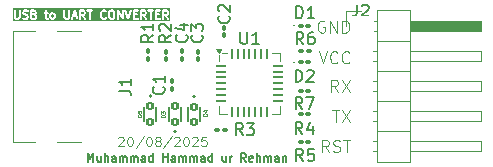
<source format=gto>
G04 #@! TF.GenerationSoftware,KiCad,Pcbnew,9.0.1*
G04 #@! TF.CreationDate,2025-08-21T17:20:25+05:00*
G04 #@! TF.ProjectId,usb_to_uart,7573625f-746f-45f7-9561-72742e6b6963,rev?*
G04 #@! TF.SameCoordinates,Original*
G04 #@! TF.FileFunction,Legend,Top*
G04 #@! TF.FilePolarity,Positive*
%FSLAX46Y46*%
G04 Gerber Fmt 4.6, Leading zero omitted, Abs format (unit mm)*
G04 Created by KiCad (PCBNEW 9.0.1) date 2025-08-21 17:20:25*
%MOMM*%
%LPD*%
G01*
G04 APERTURE LIST*
G04 Aperture macros list*
%AMRoundRect*
0 Rectangle with rounded corners*
0 $1 Rounding radius*
0 $2 $3 $4 $5 $6 $7 $8 $9 X,Y pos of 4 corners*
0 Add a 4 corners polygon primitive as box body*
4,1,4,$2,$3,$4,$5,$6,$7,$8,$9,$2,$3,0*
0 Add four circle primitives for the rounded corners*
1,1,$1+$1,$2,$3*
1,1,$1+$1,$4,$5*
1,1,$1+$1,$6,$7*
1,1,$1+$1,$8,$9*
0 Add four rect primitives between the rounded corners*
20,1,$1+$1,$2,$3,$4,$5,0*
20,1,$1+$1,$4,$5,$6,$7,0*
20,1,$1+$1,$6,$7,$8,$9,0*
20,1,$1+$1,$8,$9,$2,$3,0*%
G04 Aperture macros list end*
%ADD10C,0.100000*%
%ADD11C,0.175000*%
%ADD12C,0.080000*%
%ADD13C,0.150000*%
%ADD14C,0.127000*%
%ADD15C,0.200000*%
%ADD16C,0.120000*%
%ADD17RoundRect,0.100000X-0.130000X-0.100000X0.130000X-0.100000X0.130000X0.100000X-0.130000X0.100000X0*%
%ADD18RoundRect,0.102000X0.200000X-0.240000X0.200000X0.240000X-0.200000X0.240000X-0.200000X-0.240000X0*%
%ADD19RoundRect,0.100000X0.130000X0.100000X-0.130000X0.100000X-0.130000X-0.100000X0.130000X-0.100000X0*%
%ADD20RoundRect,0.062500X-0.337500X-0.062500X0.337500X-0.062500X0.337500X0.062500X-0.337500X0.062500X0*%
%ADD21RoundRect,0.062500X-0.062500X-0.337500X0.062500X-0.337500X0.062500X0.337500X-0.062500X0.337500X0*%
%ADD22R,3.350000X3.350000*%
%ADD23R,1.700000X1.700000*%
%ADD24C,1.700000*%
%ADD25RoundRect,0.100000X0.100000X-0.130000X0.100000X0.130000X-0.100000X0.130000X-0.100000X-0.130000X0*%
%ADD26C,0.650000*%
%ADD27R,1.450000X0.600000*%
%ADD28R,1.450000X0.300000*%
%ADD29O,2.100000X1.000000*%
%ADD30O,1.600000X1.000000*%
%ADD31RoundRect,0.102000X-0.200000X0.240000X-0.200000X-0.240000X0.200000X-0.240000X0.200000X0.240000X0*%
G04 APERTURE END LIST*
D10*
X140518169Y-109772419D02*
X140184836Y-109296228D01*
X139946741Y-109772419D02*
X139946741Y-108772419D01*
X139946741Y-108772419D02*
X140327693Y-108772419D01*
X140327693Y-108772419D02*
X140422931Y-108820038D01*
X140422931Y-108820038D02*
X140470550Y-108867657D01*
X140470550Y-108867657D02*
X140518169Y-108962895D01*
X140518169Y-108962895D02*
X140518169Y-109105752D01*
X140518169Y-109105752D02*
X140470550Y-109200990D01*
X140470550Y-109200990D02*
X140422931Y-109248609D01*
X140422931Y-109248609D02*
X140327693Y-109296228D01*
X140327693Y-109296228D02*
X139946741Y-109296228D01*
X140899122Y-109724800D02*
X141041979Y-109772419D01*
X141041979Y-109772419D02*
X141280074Y-109772419D01*
X141280074Y-109772419D02*
X141375312Y-109724800D01*
X141375312Y-109724800D02*
X141422931Y-109677180D01*
X141422931Y-109677180D02*
X141470550Y-109581942D01*
X141470550Y-109581942D02*
X141470550Y-109486704D01*
X141470550Y-109486704D02*
X141422931Y-109391466D01*
X141422931Y-109391466D02*
X141375312Y-109343847D01*
X141375312Y-109343847D02*
X141280074Y-109296228D01*
X141280074Y-109296228D02*
X141089598Y-109248609D01*
X141089598Y-109248609D02*
X140994360Y-109200990D01*
X140994360Y-109200990D02*
X140946741Y-109153371D01*
X140946741Y-109153371D02*
X140899122Y-109058133D01*
X140899122Y-109058133D02*
X140899122Y-108962895D01*
X140899122Y-108962895D02*
X140946741Y-108867657D01*
X140946741Y-108867657D02*
X140994360Y-108820038D01*
X140994360Y-108820038D02*
X141089598Y-108772419D01*
X141089598Y-108772419D02*
X141327693Y-108772419D01*
X141327693Y-108772419D02*
X141470550Y-108820038D01*
X141756265Y-108772419D02*
X142327693Y-108772419D01*
X142041979Y-109772419D02*
X142041979Y-108772419D01*
X140803884Y-106272419D02*
X141375312Y-106272419D01*
X141089598Y-107272419D02*
X141089598Y-106272419D01*
X141613408Y-106272419D02*
X142280074Y-107272419D01*
X142280074Y-106272419D02*
X141613408Y-107272419D01*
X141280074Y-104672419D02*
X140946741Y-104196228D01*
X140708646Y-104672419D02*
X140708646Y-103672419D01*
X140708646Y-103672419D02*
X141089598Y-103672419D01*
X141089598Y-103672419D02*
X141184836Y-103720038D01*
X141184836Y-103720038D02*
X141232455Y-103767657D01*
X141232455Y-103767657D02*
X141280074Y-103862895D01*
X141280074Y-103862895D02*
X141280074Y-104005752D01*
X141280074Y-104005752D02*
X141232455Y-104100990D01*
X141232455Y-104100990D02*
X141184836Y-104148609D01*
X141184836Y-104148609D02*
X141089598Y-104196228D01*
X141089598Y-104196228D02*
X140708646Y-104196228D01*
X141613408Y-103672419D02*
X142280074Y-104672419D01*
X142280074Y-103672419D02*
X141613408Y-104672419D01*
X139661027Y-101272419D02*
X139994360Y-102272419D01*
X139994360Y-102272419D02*
X140327693Y-101272419D01*
X141232455Y-102177180D02*
X141184836Y-102224800D01*
X141184836Y-102224800D02*
X141041979Y-102272419D01*
X141041979Y-102272419D02*
X140946741Y-102272419D01*
X140946741Y-102272419D02*
X140803884Y-102224800D01*
X140803884Y-102224800D02*
X140708646Y-102129561D01*
X140708646Y-102129561D02*
X140661027Y-102034323D01*
X140661027Y-102034323D02*
X140613408Y-101843847D01*
X140613408Y-101843847D02*
X140613408Y-101700990D01*
X140613408Y-101700990D02*
X140661027Y-101510514D01*
X140661027Y-101510514D02*
X140708646Y-101415276D01*
X140708646Y-101415276D02*
X140803884Y-101320038D01*
X140803884Y-101320038D02*
X140946741Y-101272419D01*
X140946741Y-101272419D02*
X141041979Y-101272419D01*
X141041979Y-101272419D02*
X141184836Y-101320038D01*
X141184836Y-101320038D02*
X141232455Y-101367657D01*
X142232455Y-102177180D02*
X142184836Y-102224800D01*
X142184836Y-102224800D02*
X142041979Y-102272419D01*
X142041979Y-102272419D02*
X141946741Y-102272419D01*
X141946741Y-102272419D02*
X141803884Y-102224800D01*
X141803884Y-102224800D02*
X141708646Y-102129561D01*
X141708646Y-102129561D02*
X141661027Y-102034323D01*
X141661027Y-102034323D02*
X141613408Y-101843847D01*
X141613408Y-101843847D02*
X141613408Y-101700990D01*
X141613408Y-101700990D02*
X141661027Y-101510514D01*
X141661027Y-101510514D02*
X141708646Y-101415276D01*
X141708646Y-101415276D02*
X141803884Y-101320038D01*
X141803884Y-101320038D02*
X141946741Y-101272419D01*
X141946741Y-101272419D02*
X142041979Y-101272419D01*
X142041979Y-101272419D02*
X142184836Y-101320038D01*
X142184836Y-101320038D02*
X142232455Y-101367657D01*
X140137217Y-98720038D02*
X140041979Y-98672419D01*
X140041979Y-98672419D02*
X139899122Y-98672419D01*
X139899122Y-98672419D02*
X139756265Y-98720038D01*
X139756265Y-98720038D02*
X139661027Y-98815276D01*
X139661027Y-98815276D02*
X139613408Y-98910514D01*
X139613408Y-98910514D02*
X139565789Y-99100990D01*
X139565789Y-99100990D02*
X139565789Y-99243847D01*
X139565789Y-99243847D02*
X139613408Y-99434323D01*
X139613408Y-99434323D02*
X139661027Y-99529561D01*
X139661027Y-99529561D02*
X139756265Y-99624800D01*
X139756265Y-99624800D02*
X139899122Y-99672419D01*
X139899122Y-99672419D02*
X139994360Y-99672419D01*
X139994360Y-99672419D02*
X140137217Y-99624800D01*
X140137217Y-99624800D02*
X140184836Y-99577180D01*
X140184836Y-99577180D02*
X140184836Y-99243847D01*
X140184836Y-99243847D02*
X139994360Y-99243847D01*
X140613408Y-99672419D02*
X140613408Y-98672419D01*
X140613408Y-98672419D02*
X141184836Y-99672419D01*
X141184836Y-99672419D02*
X141184836Y-98672419D01*
X141661027Y-99672419D02*
X141661027Y-98672419D01*
X141661027Y-98672419D02*
X141899122Y-98672419D01*
X141899122Y-98672419D02*
X142041979Y-98720038D01*
X142041979Y-98720038D02*
X142137217Y-98815276D01*
X142137217Y-98815276D02*
X142184836Y-98910514D01*
X142184836Y-98910514D02*
X142232455Y-99100990D01*
X142232455Y-99100990D02*
X142232455Y-99243847D01*
X142232455Y-99243847D02*
X142184836Y-99434323D01*
X142184836Y-99434323D02*
X142137217Y-99529561D01*
X142137217Y-99529561D02*
X142041979Y-99624800D01*
X142041979Y-99624800D02*
X141899122Y-99672419D01*
X141899122Y-99672419D02*
X141661027Y-99672419D01*
D11*
X120100003Y-110605233D02*
X120100003Y-109905233D01*
X120100003Y-109905233D02*
X120333337Y-110405233D01*
X120333337Y-110405233D02*
X120566670Y-109905233D01*
X120566670Y-109905233D02*
X120566670Y-110605233D01*
X121200003Y-110138566D02*
X121200003Y-110605233D01*
X120900003Y-110138566D02*
X120900003Y-110505233D01*
X120900003Y-110505233D02*
X120933337Y-110571900D01*
X120933337Y-110571900D02*
X121000003Y-110605233D01*
X121000003Y-110605233D02*
X121100003Y-110605233D01*
X121100003Y-110605233D02*
X121166670Y-110571900D01*
X121166670Y-110571900D02*
X121200003Y-110538566D01*
X121533336Y-110605233D02*
X121533336Y-109905233D01*
X121833336Y-110605233D02*
X121833336Y-110238566D01*
X121833336Y-110238566D02*
X121800003Y-110171900D01*
X121800003Y-110171900D02*
X121733336Y-110138566D01*
X121733336Y-110138566D02*
X121633336Y-110138566D01*
X121633336Y-110138566D02*
X121566670Y-110171900D01*
X121566670Y-110171900D02*
X121533336Y-110205233D01*
X122466669Y-110605233D02*
X122466669Y-110238566D01*
X122466669Y-110238566D02*
X122433336Y-110171900D01*
X122433336Y-110171900D02*
X122366669Y-110138566D01*
X122366669Y-110138566D02*
X122233336Y-110138566D01*
X122233336Y-110138566D02*
X122166669Y-110171900D01*
X122466669Y-110571900D02*
X122400003Y-110605233D01*
X122400003Y-110605233D02*
X122233336Y-110605233D01*
X122233336Y-110605233D02*
X122166669Y-110571900D01*
X122166669Y-110571900D02*
X122133336Y-110505233D01*
X122133336Y-110505233D02*
X122133336Y-110438566D01*
X122133336Y-110438566D02*
X122166669Y-110371900D01*
X122166669Y-110371900D02*
X122233336Y-110338566D01*
X122233336Y-110338566D02*
X122400003Y-110338566D01*
X122400003Y-110338566D02*
X122466669Y-110305233D01*
X122800002Y-110605233D02*
X122800002Y-110138566D01*
X122800002Y-110205233D02*
X122833336Y-110171900D01*
X122833336Y-110171900D02*
X122900002Y-110138566D01*
X122900002Y-110138566D02*
X123000002Y-110138566D01*
X123000002Y-110138566D02*
X123066669Y-110171900D01*
X123066669Y-110171900D02*
X123100002Y-110238566D01*
X123100002Y-110238566D02*
X123100002Y-110605233D01*
X123100002Y-110238566D02*
X123133336Y-110171900D01*
X123133336Y-110171900D02*
X123200002Y-110138566D01*
X123200002Y-110138566D02*
X123300002Y-110138566D01*
X123300002Y-110138566D02*
X123366669Y-110171900D01*
X123366669Y-110171900D02*
X123400002Y-110238566D01*
X123400002Y-110238566D02*
X123400002Y-110605233D01*
X123733335Y-110605233D02*
X123733335Y-110138566D01*
X123733335Y-110205233D02*
X123766669Y-110171900D01*
X123766669Y-110171900D02*
X123833335Y-110138566D01*
X123833335Y-110138566D02*
X123933335Y-110138566D01*
X123933335Y-110138566D02*
X124000002Y-110171900D01*
X124000002Y-110171900D02*
X124033335Y-110238566D01*
X124033335Y-110238566D02*
X124033335Y-110605233D01*
X124033335Y-110238566D02*
X124066669Y-110171900D01*
X124066669Y-110171900D02*
X124133335Y-110138566D01*
X124133335Y-110138566D02*
X124233335Y-110138566D01*
X124233335Y-110138566D02*
X124300002Y-110171900D01*
X124300002Y-110171900D02*
X124333335Y-110238566D01*
X124333335Y-110238566D02*
X124333335Y-110605233D01*
X124966668Y-110605233D02*
X124966668Y-110238566D01*
X124966668Y-110238566D02*
X124933335Y-110171900D01*
X124933335Y-110171900D02*
X124866668Y-110138566D01*
X124866668Y-110138566D02*
X124733335Y-110138566D01*
X124733335Y-110138566D02*
X124666668Y-110171900D01*
X124966668Y-110571900D02*
X124900002Y-110605233D01*
X124900002Y-110605233D02*
X124733335Y-110605233D01*
X124733335Y-110605233D02*
X124666668Y-110571900D01*
X124666668Y-110571900D02*
X124633335Y-110505233D01*
X124633335Y-110505233D02*
X124633335Y-110438566D01*
X124633335Y-110438566D02*
X124666668Y-110371900D01*
X124666668Y-110371900D02*
X124733335Y-110338566D01*
X124733335Y-110338566D02*
X124900002Y-110338566D01*
X124900002Y-110338566D02*
X124966668Y-110305233D01*
X125600001Y-110605233D02*
X125600001Y-109905233D01*
X125600001Y-110571900D02*
X125533335Y-110605233D01*
X125533335Y-110605233D02*
X125400001Y-110605233D01*
X125400001Y-110605233D02*
X125333335Y-110571900D01*
X125333335Y-110571900D02*
X125300001Y-110538566D01*
X125300001Y-110538566D02*
X125266668Y-110471900D01*
X125266668Y-110471900D02*
X125266668Y-110271900D01*
X125266668Y-110271900D02*
X125300001Y-110205233D01*
X125300001Y-110205233D02*
X125333335Y-110171900D01*
X125333335Y-110171900D02*
X125400001Y-110138566D01*
X125400001Y-110138566D02*
X125533335Y-110138566D01*
X125533335Y-110138566D02*
X125600001Y-110171900D01*
X126466667Y-110605233D02*
X126466667Y-109905233D01*
X126466667Y-110238566D02*
X126866667Y-110238566D01*
X126866667Y-110605233D02*
X126866667Y-109905233D01*
X127500000Y-110605233D02*
X127500000Y-110238566D01*
X127500000Y-110238566D02*
X127466667Y-110171900D01*
X127466667Y-110171900D02*
X127400000Y-110138566D01*
X127400000Y-110138566D02*
X127266667Y-110138566D01*
X127266667Y-110138566D02*
X127200000Y-110171900D01*
X127500000Y-110571900D02*
X127433334Y-110605233D01*
X127433334Y-110605233D02*
X127266667Y-110605233D01*
X127266667Y-110605233D02*
X127200000Y-110571900D01*
X127200000Y-110571900D02*
X127166667Y-110505233D01*
X127166667Y-110505233D02*
X127166667Y-110438566D01*
X127166667Y-110438566D02*
X127200000Y-110371900D01*
X127200000Y-110371900D02*
X127266667Y-110338566D01*
X127266667Y-110338566D02*
X127433334Y-110338566D01*
X127433334Y-110338566D02*
X127500000Y-110305233D01*
X127833333Y-110605233D02*
X127833333Y-110138566D01*
X127833333Y-110205233D02*
X127866667Y-110171900D01*
X127866667Y-110171900D02*
X127933333Y-110138566D01*
X127933333Y-110138566D02*
X128033333Y-110138566D01*
X128033333Y-110138566D02*
X128100000Y-110171900D01*
X128100000Y-110171900D02*
X128133333Y-110238566D01*
X128133333Y-110238566D02*
X128133333Y-110605233D01*
X128133333Y-110238566D02*
X128166667Y-110171900D01*
X128166667Y-110171900D02*
X128233333Y-110138566D01*
X128233333Y-110138566D02*
X128333333Y-110138566D01*
X128333333Y-110138566D02*
X128400000Y-110171900D01*
X128400000Y-110171900D02*
X128433333Y-110238566D01*
X128433333Y-110238566D02*
X128433333Y-110605233D01*
X128766666Y-110605233D02*
X128766666Y-110138566D01*
X128766666Y-110205233D02*
X128800000Y-110171900D01*
X128800000Y-110171900D02*
X128866666Y-110138566D01*
X128866666Y-110138566D02*
X128966666Y-110138566D01*
X128966666Y-110138566D02*
X129033333Y-110171900D01*
X129033333Y-110171900D02*
X129066666Y-110238566D01*
X129066666Y-110238566D02*
X129066666Y-110605233D01*
X129066666Y-110238566D02*
X129100000Y-110171900D01*
X129100000Y-110171900D02*
X129166666Y-110138566D01*
X129166666Y-110138566D02*
X129266666Y-110138566D01*
X129266666Y-110138566D02*
X129333333Y-110171900D01*
X129333333Y-110171900D02*
X129366666Y-110238566D01*
X129366666Y-110238566D02*
X129366666Y-110605233D01*
X129999999Y-110605233D02*
X129999999Y-110238566D01*
X129999999Y-110238566D02*
X129966666Y-110171900D01*
X129966666Y-110171900D02*
X129899999Y-110138566D01*
X129899999Y-110138566D02*
X129766666Y-110138566D01*
X129766666Y-110138566D02*
X129699999Y-110171900D01*
X129999999Y-110571900D02*
X129933333Y-110605233D01*
X129933333Y-110605233D02*
X129766666Y-110605233D01*
X129766666Y-110605233D02*
X129699999Y-110571900D01*
X129699999Y-110571900D02*
X129666666Y-110505233D01*
X129666666Y-110505233D02*
X129666666Y-110438566D01*
X129666666Y-110438566D02*
X129699999Y-110371900D01*
X129699999Y-110371900D02*
X129766666Y-110338566D01*
X129766666Y-110338566D02*
X129933333Y-110338566D01*
X129933333Y-110338566D02*
X129999999Y-110305233D01*
X130633332Y-110605233D02*
X130633332Y-109905233D01*
X130633332Y-110571900D02*
X130566666Y-110605233D01*
X130566666Y-110605233D02*
X130433332Y-110605233D01*
X130433332Y-110605233D02*
X130366666Y-110571900D01*
X130366666Y-110571900D02*
X130333332Y-110538566D01*
X130333332Y-110538566D02*
X130299999Y-110471900D01*
X130299999Y-110471900D02*
X130299999Y-110271900D01*
X130299999Y-110271900D02*
X130333332Y-110205233D01*
X130333332Y-110205233D02*
X130366666Y-110171900D01*
X130366666Y-110171900D02*
X130433332Y-110138566D01*
X130433332Y-110138566D02*
X130566666Y-110138566D01*
X130566666Y-110138566D02*
X130633332Y-110171900D01*
X131799998Y-110138566D02*
X131799998Y-110605233D01*
X131499998Y-110138566D02*
X131499998Y-110505233D01*
X131499998Y-110505233D02*
X131533332Y-110571900D01*
X131533332Y-110571900D02*
X131599998Y-110605233D01*
X131599998Y-110605233D02*
X131699998Y-110605233D01*
X131699998Y-110605233D02*
X131766665Y-110571900D01*
X131766665Y-110571900D02*
X131799998Y-110538566D01*
X132133331Y-110605233D02*
X132133331Y-110138566D01*
X132133331Y-110271900D02*
X132166665Y-110205233D01*
X132166665Y-110205233D02*
X132199998Y-110171900D01*
X132199998Y-110171900D02*
X132266665Y-110138566D01*
X132266665Y-110138566D02*
X132333331Y-110138566D01*
X133499997Y-110605233D02*
X133266664Y-110271900D01*
X133099997Y-110605233D02*
X133099997Y-109905233D01*
X133099997Y-109905233D02*
X133366664Y-109905233D01*
X133366664Y-109905233D02*
X133433331Y-109938566D01*
X133433331Y-109938566D02*
X133466664Y-109971900D01*
X133466664Y-109971900D02*
X133499997Y-110038566D01*
X133499997Y-110038566D02*
X133499997Y-110138566D01*
X133499997Y-110138566D02*
X133466664Y-110205233D01*
X133466664Y-110205233D02*
X133433331Y-110238566D01*
X133433331Y-110238566D02*
X133366664Y-110271900D01*
X133366664Y-110271900D02*
X133099997Y-110271900D01*
X134066664Y-110571900D02*
X133999997Y-110605233D01*
X133999997Y-110605233D02*
X133866664Y-110605233D01*
X133866664Y-110605233D02*
X133799997Y-110571900D01*
X133799997Y-110571900D02*
X133766664Y-110505233D01*
X133766664Y-110505233D02*
X133766664Y-110238566D01*
X133766664Y-110238566D02*
X133799997Y-110171900D01*
X133799997Y-110171900D02*
X133866664Y-110138566D01*
X133866664Y-110138566D02*
X133999997Y-110138566D01*
X133999997Y-110138566D02*
X134066664Y-110171900D01*
X134066664Y-110171900D02*
X134099997Y-110238566D01*
X134099997Y-110238566D02*
X134099997Y-110305233D01*
X134099997Y-110305233D02*
X133766664Y-110371900D01*
X134399997Y-110605233D02*
X134399997Y-109905233D01*
X134699997Y-110605233D02*
X134699997Y-110238566D01*
X134699997Y-110238566D02*
X134666664Y-110171900D01*
X134666664Y-110171900D02*
X134599997Y-110138566D01*
X134599997Y-110138566D02*
X134499997Y-110138566D01*
X134499997Y-110138566D02*
X134433331Y-110171900D01*
X134433331Y-110171900D02*
X134399997Y-110205233D01*
X135033330Y-110605233D02*
X135033330Y-110138566D01*
X135033330Y-110205233D02*
X135066664Y-110171900D01*
X135066664Y-110171900D02*
X135133330Y-110138566D01*
X135133330Y-110138566D02*
X135233330Y-110138566D01*
X135233330Y-110138566D02*
X135299997Y-110171900D01*
X135299997Y-110171900D02*
X135333330Y-110238566D01*
X135333330Y-110238566D02*
X135333330Y-110605233D01*
X135333330Y-110238566D02*
X135366664Y-110171900D01*
X135366664Y-110171900D02*
X135433330Y-110138566D01*
X135433330Y-110138566D02*
X135533330Y-110138566D01*
X135533330Y-110138566D02*
X135599997Y-110171900D01*
X135599997Y-110171900D02*
X135633330Y-110238566D01*
X135633330Y-110238566D02*
X135633330Y-110605233D01*
X136266663Y-110605233D02*
X136266663Y-110238566D01*
X136266663Y-110238566D02*
X136233330Y-110171900D01*
X136233330Y-110171900D02*
X136166663Y-110138566D01*
X136166663Y-110138566D02*
X136033330Y-110138566D01*
X136033330Y-110138566D02*
X135966663Y-110171900D01*
X136266663Y-110571900D02*
X136199997Y-110605233D01*
X136199997Y-110605233D02*
X136033330Y-110605233D01*
X136033330Y-110605233D02*
X135966663Y-110571900D01*
X135966663Y-110571900D02*
X135933330Y-110505233D01*
X135933330Y-110505233D02*
X135933330Y-110438566D01*
X135933330Y-110438566D02*
X135966663Y-110371900D01*
X135966663Y-110371900D02*
X136033330Y-110338566D01*
X136033330Y-110338566D02*
X136199997Y-110338566D01*
X136199997Y-110338566D02*
X136266663Y-110305233D01*
X136599996Y-110138566D02*
X136599996Y-110605233D01*
X136599996Y-110205233D02*
X136633330Y-110171900D01*
X136633330Y-110171900D02*
X136699996Y-110138566D01*
X136699996Y-110138566D02*
X136799996Y-110138566D01*
X136799996Y-110138566D02*
X136866663Y-110171900D01*
X136866663Y-110171900D02*
X136899996Y-110238566D01*
X136899996Y-110238566D02*
X136899996Y-110605233D01*
G36*
X115619402Y-98248377D02*
G01*
X115628088Y-98257063D01*
X115645835Y-98292556D01*
X115645835Y-98351245D01*
X115628090Y-98386733D01*
X115614836Y-98399987D01*
X115579346Y-98417733D01*
X115420835Y-98417733D01*
X115420835Y-98226066D01*
X115552469Y-98226066D01*
X115619402Y-98248377D01*
G37*
G36*
X115581502Y-97910477D02*
G01*
X115594758Y-97923733D01*
X115612502Y-97959221D01*
X115612502Y-97984576D01*
X115594756Y-98020068D01*
X115581502Y-98033321D01*
X115546014Y-98051066D01*
X115420835Y-98051066D01*
X115420835Y-97892733D01*
X115546014Y-97892733D01*
X115581502Y-97910477D01*
G37*
G36*
X117181502Y-98143811D02*
G01*
X117194756Y-98157065D01*
X117212502Y-98192555D01*
X117212502Y-98351243D01*
X117194756Y-98386734D01*
X117181502Y-98399987D01*
X117146012Y-98417733D01*
X117087323Y-98417733D01*
X117051835Y-98399989D01*
X117038579Y-98386733D01*
X117020835Y-98351245D01*
X117020835Y-98192556D01*
X117038580Y-98157065D01*
X117051833Y-98143811D01*
X117087325Y-98126066D01*
X117146012Y-98126066D01*
X117181502Y-98143811D01*
G37*
G36*
X122214836Y-97910479D02*
G01*
X122254324Y-97949967D01*
X122279167Y-98049337D01*
X122279167Y-98261128D01*
X122254324Y-98360498D01*
X122214836Y-98399986D01*
X122179344Y-98417733D01*
X122087324Y-98417733D01*
X122051830Y-98399986D01*
X122012341Y-98360497D01*
X121987500Y-98261126D01*
X121987500Y-98049339D01*
X122012341Y-97949968D01*
X122051830Y-97910479D01*
X122087324Y-97892733D01*
X122179344Y-97892733D01*
X122214836Y-97910479D01*
G37*
G36*
X119748168Y-97910478D02*
G01*
X119761422Y-97923732D01*
X119779167Y-97959221D01*
X119779167Y-98017909D01*
X119761420Y-98053402D01*
X119748168Y-98066654D01*
X119712678Y-98084400D01*
X119554167Y-98084400D01*
X119554167Y-97892733D01*
X119712678Y-97892733D01*
X119748168Y-97910478D01*
G37*
G36*
X124914833Y-97910478D02*
G01*
X124928087Y-97923732D01*
X124945832Y-97959221D01*
X124945832Y-98017909D01*
X124928085Y-98053402D01*
X124914833Y-98066654D01*
X124879343Y-98084400D01*
X124720832Y-98084400D01*
X124720832Y-97892733D01*
X124879343Y-97892733D01*
X124914833Y-97910478D01*
G37*
G36*
X126781499Y-97910478D02*
G01*
X126794753Y-97923732D01*
X126812498Y-97959221D01*
X126812498Y-98017909D01*
X126794751Y-98053402D01*
X126781499Y-98066654D01*
X126746009Y-98084400D01*
X126587498Y-98084400D01*
X126587498Y-97892733D01*
X126746009Y-97892733D01*
X126781499Y-97910478D01*
G37*
G36*
X119045267Y-98217733D02*
G01*
X118954734Y-98217733D01*
X119000000Y-98081932D01*
X119045267Y-98217733D01*
G37*
G36*
X127074998Y-98680233D02*
G01*
X113758335Y-98680233D01*
X113758335Y-97805233D01*
X113845835Y-97805233D01*
X113845835Y-98371900D01*
X113847516Y-98388970D01*
X113848718Y-98391874D01*
X113848942Y-98395013D01*
X113855073Y-98411032D01*
X113888407Y-98477698D01*
X113893030Y-98485042D01*
X113893915Y-98487178D01*
X113895889Y-98489583D01*
X113897545Y-98492214D01*
X113899289Y-98493726D01*
X113904796Y-98500437D01*
X113938129Y-98533771D01*
X113944841Y-98539280D01*
X113946355Y-98541025D01*
X113948984Y-98542680D01*
X113951388Y-98544653D01*
X113953523Y-98545537D01*
X113960871Y-98550163D01*
X114027539Y-98583496D01*
X114043558Y-98589626D01*
X114046694Y-98589848D01*
X114049599Y-98591052D01*
X114066669Y-98592733D01*
X114200002Y-98592733D01*
X114217072Y-98591052D01*
X114219976Y-98589848D01*
X114223113Y-98589626D01*
X114239133Y-98583496D01*
X114305800Y-98550163D01*
X114313148Y-98545537D01*
X114315283Y-98544653D01*
X114317686Y-98542680D01*
X114320316Y-98541025D01*
X114321829Y-98539280D01*
X114328542Y-98533771D01*
X114361875Y-98500437D01*
X114367382Y-98493726D01*
X114369127Y-98492213D01*
X114370782Y-98489582D01*
X114372756Y-98487178D01*
X114373640Y-98485042D01*
X114378264Y-98477697D01*
X114411597Y-98411031D01*
X114417728Y-98395011D01*
X114417950Y-98391874D01*
X114419154Y-98388970D01*
X114420835Y-98371900D01*
X114420835Y-97938566D01*
X114545835Y-97938566D01*
X114545835Y-98005233D01*
X114547516Y-98022303D01*
X114548719Y-98025207D01*
X114548942Y-98028344D01*
X114555072Y-98044364D01*
X114588405Y-98111031D01*
X114593030Y-98118379D01*
X114593915Y-98120514D01*
X114595887Y-98122917D01*
X114597543Y-98125547D01*
X114599287Y-98127060D01*
X114604797Y-98133773D01*
X114638131Y-98167106D01*
X114644841Y-98172613D01*
X114646355Y-98174358D01*
X114648985Y-98176013D01*
X114651390Y-98177987D01*
X114653525Y-98178871D01*
X114660871Y-98183495D01*
X114727537Y-98216828D01*
X114728785Y-98217305D01*
X114729293Y-98217682D01*
X114736446Y-98220237D01*
X114743557Y-98222959D01*
X114744189Y-98223003D01*
X114745446Y-98223453D01*
X114869461Y-98254457D01*
X114914835Y-98277144D01*
X114928089Y-98290397D01*
X114945835Y-98325889D01*
X114945835Y-98351245D01*
X114928091Y-98386733D01*
X114914835Y-98399989D01*
X114879347Y-98417733D01*
X114747535Y-98417733D01*
X114661005Y-98388890D01*
X114644279Y-98385087D01*
X114610224Y-98387507D01*
X114579687Y-98402776D01*
X114557318Y-98428568D01*
X114546522Y-98460956D01*
X114548942Y-98495011D01*
X114564211Y-98525548D01*
X114590003Y-98547917D01*
X114605665Y-98554910D01*
X114705665Y-98588243D01*
X114714130Y-98590167D01*
X114716265Y-98591052D01*
X114719359Y-98591356D01*
X114722391Y-98592046D01*
X114724695Y-98591882D01*
X114733335Y-98592733D01*
X114900002Y-98592733D01*
X114917072Y-98591052D01*
X114919976Y-98589848D01*
X114923114Y-98589626D01*
X114939133Y-98583495D01*
X115005799Y-98550162D01*
X115013142Y-98545539D01*
X115015281Y-98544654D01*
X115017687Y-98542678D01*
X115020315Y-98541025D01*
X115021827Y-98539281D01*
X115028540Y-98533772D01*
X115061874Y-98500438D01*
X115067381Y-98493726D01*
X115069127Y-98492213D01*
X115070783Y-98489581D01*
X115072755Y-98487179D01*
X115073639Y-98485044D01*
X115078264Y-98477697D01*
X115111597Y-98411031D01*
X115117728Y-98395011D01*
X115117950Y-98391874D01*
X115119154Y-98388970D01*
X115120835Y-98371900D01*
X115120835Y-98305233D01*
X115119154Y-98288163D01*
X115117950Y-98285258D01*
X115117728Y-98282122D01*
X115111598Y-98266103D01*
X115078265Y-98199435D01*
X115073639Y-98192087D01*
X115072755Y-98189952D01*
X115070782Y-98187548D01*
X115069127Y-98184919D01*
X115067382Y-98183405D01*
X115061873Y-98176693D01*
X115028539Y-98143360D01*
X115021828Y-98137853D01*
X115020315Y-98136108D01*
X115017684Y-98134452D01*
X115015280Y-98132479D01*
X115013143Y-98131594D01*
X115005799Y-98126971D01*
X114939133Y-98093638D01*
X114937884Y-98093160D01*
X114937377Y-98092784D01*
X114930232Y-98090231D01*
X114923114Y-98087507D01*
X114922480Y-98087462D01*
X114921224Y-98087013D01*
X114797208Y-98056008D01*
X114751834Y-98033321D01*
X114738580Y-98020067D01*
X114720835Y-97984576D01*
X114720835Y-97959221D01*
X114738579Y-97923733D01*
X114751835Y-97910477D01*
X114787323Y-97892733D01*
X114919135Y-97892733D01*
X115005665Y-97921576D01*
X115022391Y-97925379D01*
X115056446Y-97922959D01*
X115086983Y-97907690D01*
X115109352Y-97881898D01*
X115120148Y-97849510D01*
X115117728Y-97815455D01*
X115112617Y-97805233D01*
X115245835Y-97805233D01*
X115245835Y-98505233D01*
X115247516Y-98522303D01*
X115260581Y-98553845D01*
X115284723Y-98577987D01*
X115316265Y-98591052D01*
X115333335Y-98592733D01*
X115600002Y-98592733D01*
X115617072Y-98591052D01*
X115619976Y-98589848D01*
X115623113Y-98589626D01*
X115639133Y-98583496D01*
X115705800Y-98550163D01*
X115713148Y-98545537D01*
X115715283Y-98544653D01*
X115717686Y-98542680D01*
X115720316Y-98541025D01*
X115721829Y-98539280D01*
X115728542Y-98533771D01*
X115761875Y-98500437D01*
X115767382Y-98493726D01*
X115769127Y-98492213D01*
X115770782Y-98489582D01*
X115772756Y-98487178D01*
X115773640Y-98485042D01*
X115778264Y-98477697D01*
X115811597Y-98411031D01*
X115817728Y-98395011D01*
X115817950Y-98391874D01*
X115819154Y-98388970D01*
X115820835Y-98371900D01*
X115820835Y-98271900D01*
X115819154Y-98254830D01*
X115817950Y-98251925D01*
X115817728Y-98248789D01*
X115811598Y-98232770D01*
X115778265Y-98166102D01*
X115773641Y-98158756D01*
X115772756Y-98156620D01*
X115770781Y-98154214D01*
X115769127Y-98151586D01*
X115767383Y-98150073D01*
X115761874Y-98143361D01*
X115739243Y-98120730D01*
X115739422Y-98120514D01*
X115740306Y-98118378D01*
X115744932Y-98111031D01*
X115778265Y-98044363D01*
X115784395Y-98028344D01*
X115784617Y-98025207D01*
X115785821Y-98022303D01*
X115785900Y-98021496D01*
X116380849Y-98021496D01*
X116380849Y-98055636D01*
X116393914Y-98087178D01*
X116418056Y-98111320D01*
X116449598Y-98124385D01*
X116466668Y-98126066D01*
X116479168Y-98126066D01*
X116479168Y-98405233D01*
X116480849Y-98422303D01*
X116482052Y-98425207D01*
X116482275Y-98428345D01*
X116488406Y-98444365D01*
X116521740Y-98511031D01*
X116523537Y-98513886D01*
X116523986Y-98515233D01*
X116525439Y-98516909D01*
X116530877Y-98525548D01*
X116539169Y-98532739D01*
X116546355Y-98541025D01*
X116554987Y-98546458D01*
X116556669Y-98547917D01*
X116558019Y-98548367D01*
X116560871Y-98550162D01*
X116627537Y-98583495D01*
X116643557Y-98589626D01*
X116646693Y-98589848D01*
X116649598Y-98591052D01*
X116666668Y-98592733D01*
X116733335Y-98592733D01*
X116750405Y-98591052D01*
X116781947Y-98577987D01*
X116806089Y-98553845D01*
X116819154Y-98522303D01*
X116819154Y-98488163D01*
X116806089Y-98456621D01*
X116781947Y-98432479D01*
X116750405Y-98419414D01*
X116733335Y-98417733D01*
X116687323Y-98417733D01*
X116665220Y-98406681D01*
X116654168Y-98384576D01*
X116654168Y-98171900D01*
X116845835Y-98171900D01*
X116845835Y-98371900D01*
X116847516Y-98388970D01*
X116848719Y-98391874D01*
X116848942Y-98395012D01*
X116855073Y-98411031D01*
X116888406Y-98477697D01*
X116893028Y-98485040D01*
X116893914Y-98487179D01*
X116895889Y-98489585D01*
X116897543Y-98492213D01*
X116899286Y-98493725D01*
X116904796Y-98500438D01*
X116938130Y-98533772D01*
X116944841Y-98539279D01*
X116946355Y-98541025D01*
X116948986Y-98542681D01*
X116951389Y-98544653D01*
X116953523Y-98545537D01*
X116960871Y-98550162D01*
X117027537Y-98583495D01*
X117043557Y-98589626D01*
X117046693Y-98589848D01*
X117049598Y-98591052D01*
X117066668Y-98592733D01*
X117166668Y-98592733D01*
X117183738Y-98591052D01*
X117186642Y-98589848D01*
X117189779Y-98589626D01*
X117205799Y-98583496D01*
X117272466Y-98550163D01*
X117279814Y-98545537D01*
X117281949Y-98544653D01*
X117284352Y-98542680D01*
X117286982Y-98541025D01*
X117288495Y-98539280D01*
X117295208Y-98533771D01*
X117328541Y-98500437D01*
X117334047Y-98493726D01*
X117335792Y-98492214D01*
X117337447Y-98489583D01*
X117339422Y-98487178D01*
X117340306Y-98485042D01*
X117344930Y-98477698D01*
X117378264Y-98411032D01*
X117384394Y-98395013D01*
X117384616Y-98391876D01*
X117385821Y-98388970D01*
X117387502Y-98371900D01*
X117387502Y-98171900D01*
X117385821Y-98154830D01*
X117384617Y-98151925D01*
X117384395Y-98148788D01*
X117378264Y-98132768D01*
X117344930Y-98066101D01*
X117340306Y-98058756D01*
X117339422Y-98056620D01*
X117337449Y-98054216D01*
X117335793Y-98051585D01*
X117334046Y-98050070D01*
X117328540Y-98043361D01*
X117295207Y-98010028D01*
X117288497Y-98004521D01*
X117286983Y-98002775D01*
X117284352Y-98001119D01*
X117281948Y-97999146D01*
X117279810Y-97998260D01*
X117272466Y-97993638D01*
X117205800Y-97960304D01*
X117189780Y-97954173D01*
X117186642Y-97953950D01*
X117183738Y-97952747D01*
X117166668Y-97951066D01*
X117066668Y-97951066D01*
X117049598Y-97952747D01*
X117046691Y-97953951D01*
X117043555Y-97954174D01*
X117027536Y-97960304D01*
X116960870Y-97993638D01*
X116953525Y-97998261D01*
X116951390Y-97999146D01*
X116948984Y-98001120D01*
X116946354Y-98002776D01*
X116944841Y-98004520D01*
X116938131Y-98010027D01*
X116904797Y-98043360D01*
X116899287Y-98050072D01*
X116897543Y-98051586D01*
X116895887Y-98054215D01*
X116893915Y-98056619D01*
X116893030Y-98058753D01*
X116888405Y-98066102D01*
X116855072Y-98132769D01*
X116848942Y-98148789D01*
X116848719Y-98151925D01*
X116847516Y-98154830D01*
X116845835Y-98171900D01*
X116654168Y-98171900D01*
X116654168Y-98126066D01*
X116733335Y-98126066D01*
X116750405Y-98124385D01*
X116781947Y-98111320D01*
X116806089Y-98087178D01*
X116819154Y-98055636D01*
X116819154Y-98021496D01*
X116806089Y-97989954D01*
X116781947Y-97965812D01*
X116750405Y-97952747D01*
X116733335Y-97951066D01*
X116654168Y-97951066D01*
X116654168Y-97805233D01*
X118045834Y-97805233D01*
X118045834Y-98371900D01*
X118047515Y-98388970D01*
X118048717Y-98391874D01*
X118048941Y-98395013D01*
X118055072Y-98411032D01*
X118088406Y-98477698D01*
X118093029Y-98485042D01*
X118093914Y-98487178D01*
X118095888Y-98489583D01*
X118097544Y-98492214D01*
X118099288Y-98493726D01*
X118104795Y-98500437D01*
X118138128Y-98533771D01*
X118144840Y-98539280D01*
X118146354Y-98541025D01*
X118148983Y-98542680D01*
X118151387Y-98544653D01*
X118153522Y-98545537D01*
X118160870Y-98550163D01*
X118227538Y-98583496D01*
X118243557Y-98589626D01*
X118246693Y-98589848D01*
X118249598Y-98591052D01*
X118266668Y-98592733D01*
X118400001Y-98592733D01*
X118417071Y-98591052D01*
X118419975Y-98589848D01*
X118423112Y-98589626D01*
X118439132Y-98583496D01*
X118505799Y-98550163D01*
X118513147Y-98545537D01*
X118515282Y-98544653D01*
X118517685Y-98542680D01*
X118520315Y-98541025D01*
X118521828Y-98539280D01*
X118528541Y-98533771D01*
X118561874Y-98500437D01*
X118566919Y-98494289D01*
X118679854Y-98494289D01*
X118682274Y-98528343D01*
X118697543Y-98558881D01*
X118723335Y-98581250D01*
X118755723Y-98592046D01*
X118789777Y-98589626D01*
X118820315Y-98574357D01*
X118842684Y-98548565D01*
X118849677Y-98532903D01*
X118896400Y-98392733D01*
X119103601Y-98392733D01*
X119150324Y-98532903D01*
X119157317Y-98548566D01*
X119179686Y-98574358D01*
X119210224Y-98589626D01*
X119244278Y-98592046D01*
X119276666Y-98581250D01*
X119302458Y-98558881D01*
X119317727Y-98528344D01*
X119320147Y-98494289D01*
X119316344Y-98477563D01*
X119092234Y-97805233D01*
X119379167Y-97805233D01*
X119379167Y-98505233D01*
X119380848Y-98522303D01*
X119393913Y-98553845D01*
X119418055Y-98577987D01*
X119449597Y-98591052D01*
X119483737Y-98591052D01*
X119515279Y-98577987D01*
X119539421Y-98553845D01*
X119552486Y-98522303D01*
X119554167Y-98505233D01*
X119554167Y-98259400D01*
X119587776Y-98259400D01*
X119794984Y-98555411D01*
X119806150Y-98568431D01*
X119834942Y-98586779D01*
X119868564Y-98592713D01*
X119901897Y-98585328D01*
X119929865Y-98565750D01*
X119948213Y-98536958D01*
X119954147Y-98503336D01*
X119946762Y-98470004D01*
X119938350Y-98455055D01*
X119789102Y-98241843D01*
X119839132Y-98216828D01*
X119846476Y-98212205D01*
X119848614Y-98211320D01*
X119851018Y-98209346D01*
X119853649Y-98207691D01*
X119855163Y-98205944D01*
X119861873Y-98200438D01*
X119895206Y-98167105D01*
X119900715Y-98160392D01*
X119902459Y-98158880D01*
X119904113Y-98156251D01*
X119906088Y-98153846D01*
X119906973Y-98151709D01*
X119911597Y-98144364D01*
X119944930Y-98077696D01*
X119951060Y-98061677D01*
X119951282Y-98058540D01*
X119952486Y-98055636D01*
X119954167Y-98038566D01*
X119954167Y-97938566D01*
X119952486Y-97921496D01*
X119951282Y-97918591D01*
X119951060Y-97915455D01*
X119944929Y-97899435D01*
X119911596Y-97832769D01*
X119906972Y-97825423D01*
X119906088Y-97823288D01*
X119904114Y-97820883D01*
X119902459Y-97818253D01*
X119900714Y-97816739D01*
X119895207Y-97810029D01*
X119873342Y-97788163D01*
X119980848Y-97788163D01*
X119980848Y-97822303D01*
X119993913Y-97853845D01*
X120018055Y-97877987D01*
X120049597Y-97891052D01*
X120066667Y-97892733D01*
X120179167Y-97892733D01*
X120179167Y-98505233D01*
X120180848Y-98522303D01*
X120193913Y-98553845D01*
X120218055Y-98577987D01*
X120249597Y-98591052D01*
X120283737Y-98591052D01*
X120315279Y-98577987D01*
X120339421Y-98553845D01*
X120352486Y-98522303D01*
X120354167Y-98505233D01*
X120354167Y-98105233D01*
X121112500Y-98105233D01*
X121112500Y-98205233D01*
X121112793Y-98208209D01*
X121112603Y-98209487D01*
X121113548Y-98215883D01*
X121114181Y-98222303D01*
X121114674Y-98223493D01*
X121115112Y-98226455D01*
X121148445Y-98359787D01*
X121148895Y-98361046D01*
X121148940Y-98361678D01*
X121151657Y-98368777D01*
X121154216Y-98375940D01*
X121154592Y-98376448D01*
X121155071Y-98377698D01*
X121188405Y-98444364D01*
X121193028Y-98451710D01*
X121193913Y-98453845D01*
X121195883Y-98456245D01*
X121197542Y-98458881D01*
X121199291Y-98460398D01*
X121204795Y-98467104D01*
X121271461Y-98533772D01*
X121284720Y-98544653D01*
X121287625Y-98545856D01*
X121290001Y-98547917D01*
X121305663Y-98554910D01*
X121405663Y-98588243D01*
X121414128Y-98590167D01*
X121416263Y-98591052D01*
X121419357Y-98591356D01*
X121422389Y-98592046D01*
X121424693Y-98591882D01*
X121433333Y-98592733D01*
X121500000Y-98592733D01*
X121508639Y-98591882D01*
X121510944Y-98592046D01*
X121513975Y-98591356D01*
X121517070Y-98591052D01*
X121519204Y-98590167D01*
X121527670Y-98588243D01*
X121627670Y-98554910D01*
X121643332Y-98547917D01*
X121645707Y-98545857D01*
X121648614Y-98544653D01*
X121661873Y-98533771D01*
X121695206Y-98500437D01*
X121706087Y-98487178D01*
X121719152Y-98455635D01*
X121719152Y-98421494D01*
X121706086Y-98389952D01*
X121681945Y-98365812D01*
X121650403Y-98352747D01*
X121616261Y-98352747D01*
X121584719Y-98365813D01*
X121571460Y-98376695D01*
X121552733Y-98395422D01*
X121485800Y-98417733D01*
X121447533Y-98417733D01*
X121380598Y-98395421D01*
X121338579Y-98353402D01*
X121315890Y-98308024D01*
X121287500Y-98194459D01*
X121287500Y-98116006D01*
X121306859Y-98038566D01*
X121812500Y-98038566D01*
X121812500Y-98271900D01*
X121812793Y-98274876D01*
X121812603Y-98276154D01*
X121813548Y-98282550D01*
X121814181Y-98288970D01*
X121814674Y-98290160D01*
X121815112Y-98293122D01*
X121848445Y-98426454D01*
X121854216Y-98442607D01*
X121858088Y-98447833D01*
X121860579Y-98453846D01*
X121871461Y-98467105D01*
X121938128Y-98533772D01*
X121944838Y-98539279D01*
X121946353Y-98541025D01*
X121948985Y-98542682D01*
X121951387Y-98544653D01*
X121953519Y-98545536D01*
X121960869Y-98550163D01*
X122027537Y-98583496D01*
X122043556Y-98589626D01*
X122046692Y-98589848D01*
X122049597Y-98591052D01*
X122066667Y-98592733D01*
X122200000Y-98592733D01*
X122217070Y-98591052D01*
X122219974Y-98589848D01*
X122223111Y-98589626D01*
X122239131Y-98583496D01*
X122305798Y-98550163D01*
X122313147Y-98545536D01*
X122315280Y-98544653D01*
X122317680Y-98542682D01*
X122320314Y-98541025D01*
X122321829Y-98539277D01*
X122328539Y-98533771D01*
X122395206Y-98467104D01*
X122406087Y-98453845D01*
X122408576Y-98447833D01*
X122412449Y-98442608D01*
X122418220Y-98426455D01*
X122451554Y-98293122D01*
X122451991Y-98290163D01*
X122452486Y-98288970D01*
X122453118Y-98282542D01*
X122454064Y-98276154D01*
X122453873Y-98274876D01*
X122454167Y-98271900D01*
X122454167Y-98038566D01*
X122453873Y-98035589D01*
X122454064Y-98034312D01*
X122453118Y-98027923D01*
X122452486Y-98021496D01*
X122451991Y-98020302D01*
X122451554Y-98017344D01*
X122418220Y-97884011D01*
X122412449Y-97867858D01*
X122408576Y-97862632D01*
X122406087Y-97856621D01*
X122395206Y-97843362D01*
X122357077Y-97805233D01*
X122579166Y-97805233D01*
X122579166Y-98505233D01*
X122580847Y-98522303D01*
X122593912Y-98553845D01*
X122618054Y-98577987D01*
X122649596Y-98591052D01*
X122683736Y-98591052D01*
X122715278Y-98577987D01*
X122739420Y-98553845D01*
X122752485Y-98522303D01*
X122754166Y-98505233D01*
X122754166Y-98134719D01*
X122990695Y-98548645D01*
X122993247Y-98552241D01*
X122993912Y-98553845D01*
X122995545Y-98555478D01*
X123000623Y-98562632D01*
X123009826Y-98569759D01*
X123018054Y-98577987D01*
X123023206Y-98580121D01*
X123027616Y-98583536D01*
X123038843Y-98586598D01*
X123049596Y-98591052D01*
X123055173Y-98591052D01*
X123060555Y-98592520D01*
X123072101Y-98591052D01*
X123083736Y-98591052D01*
X123088888Y-98588917D01*
X123094423Y-98588214D01*
X123104528Y-98582439D01*
X123115278Y-98577987D01*
X123119221Y-98574043D01*
X123124065Y-98571276D01*
X123131192Y-98562072D01*
X123139420Y-98553845D01*
X123141554Y-98548692D01*
X123144969Y-98544283D01*
X123148031Y-98533055D01*
X123152485Y-98522303D01*
X123153344Y-98513574D01*
X123153953Y-98511344D01*
X123153733Y-98509620D01*
X123154166Y-98505233D01*
X123154166Y-97816177D01*
X123213186Y-97816177D01*
X123216989Y-97832903D01*
X123450323Y-98532903D01*
X123457316Y-98548565D01*
X123461412Y-98553288D01*
X123464209Y-98558881D01*
X123472496Y-98566069D01*
X123479685Y-98574357D01*
X123485277Y-98577153D01*
X123490001Y-98581250D01*
X123500411Y-98584720D01*
X123510223Y-98589626D01*
X123516458Y-98590069D01*
X123522389Y-98592046D01*
X123533333Y-98591268D01*
X123544277Y-98592046D01*
X123550207Y-98590069D01*
X123556444Y-98589626D01*
X123566257Y-98584719D01*
X123576665Y-98581250D01*
X123581388Y-98577153D01*
X123586981Y-98574357D01*
X123594169Y-98566069D01*
X123602457Y-98558881D01*
X123605253Y-98553288D01*
X123609350Y-98548565D01*
X123616343Y-98532903D01*
X123849676Y-97832903D01*
X123853479Y-97816177D01*
X123852701Y-97805233D01*
X123912499Y-97805233D01*
X123912499Y-98505233D01*
X123914180Y-98522303D01*
X123927245Y-98553845D01*
X123951387Y-98577987D01*
X123982929Y-98591052D01*
X123999999Y-98592733D01*
X124333333Y-98592733D01*
X124350403Y-98591052D01*
X124381945Y-98577987D01*
X124406087Y-98553845D01*
X124419152Y-98522303D01*
X124419152Y-98488163D01*
X124406087Y-98456621D01*
X124381945Y-98432479D01*
X124350403Y-98419414D01*
X124333333Y-98417733D01*
X124087499Y-98417733D01*
X124087499Y-98226066D01*
X124233333Y-98226066D01*
X124250403Y-98224385D01*
X124281945Y-98211320D01*
X124306087Y-98187178D01*
X124319152Y-98155636D01*
X124319152Y-98121496D01*
X124306087Y-98089954D01*
X124281945Y-98065812D01*
X124250403Y-98052747D01*
X124233333Y-98051066D01*
X124087499Y-98051066D01*
X124087499Y-97892733D01*
X124333333Y-97892733D01*
X124350403Y-97891052D01*
X124381945Y-97877987D01*
X124406087Y-97853845D01*
X124419152Y-97822303D01*
X124419152Y-97805233D01*
X124545832Y-97805233D01*
X124545832Y-98505233D01*
X124547513Y-98522303D01*
X124560578Y-98553845D01*
X124584720Y-98577987D01*
X124616262Y-98591052D01*
X124650402Y-98591052D01*
X124681944Y-98577987D01*
X124706086Y-98553845D01*
X124719151Y-98522303D01*
X124720832Y-98505233D01*
X124720832Y-98259400D01*
X124754441Y-98259400D01*
X124961649Y-98555411D01*
X124972815Y-98568431D01*
X125001607Y-98586779D01*
X125035229Y-98592713D01*
X125068562Y-98585328D01*
X125096530Y-98565750D01*
X125114878Y-98536958D01*
X125120812Y-98503336D01*
X125113427Y-98470004D01*
X125105015Y-98455055D01*
X124955767Y-98241843D01*
X125005797Y-98216828D01*
X125013141Y-98212205D01*
X125015279Y-98211320D01*
X125017683Y-98209346D01*
X125020314Y-98207691D01*
X125021828Y-98205944D01*
X125028538Y-98200438D01*
X125061871Y-98167105D01*
X125067380Y-98160392D01*
X125069124Y-98158880D01*
X125070778Y-98156251D01*
X125072753Y-98153846D01*
X125073638Y-98151709D01*
X125078262Y-98144364D01*
X125111595Y-98077696D01*
X125117725Y-98061677D01*
X125117947Y-98058540D01*
X125119151Y-98055636D01*
X125120832Y-98038566D01*
X125120832Y-97938566D01*
X125119151Y-97921496D01*
X125117947Y-97918591D01*
X125117725Y-97915455D01*
X125111594Y-97899435D01*
X125078261Y-97832769D01*
X125073637Y-97825423D01*
X125072753Y-97823288D01*
X125070779Y-97820883D01*
X125069124Y-97818253D01*
X125067379Y-97816739D01*
X125061872Y-97810029D01*
X125040007Y-97788163D01*
X125147513Y-97788163D01*
X125147513Y-97822303D01*
X125160578Y-97853845D01*
X125184720Y-97877987D01*
X125216262Y-97891052D01*
X125233332Y-97892733D01*
X125345832Y-97892733D01*
X125345832Y-98505233D01*
X125347513Y-98522303D01*
X125360578Y-98553845D01*
X125384720Y-98577987D01*
X125416262Y-98591052D01*
X125450402Y-98591052D01*
X125481944Y-98577987D01*
X125506086Y-98553845D01*
X125519151Y-98522303D01*
X125520832Y-98505233D01*
X125520832Y-97892733D01*
X125633332Y-97892733D01*
X125650402Y-97891052D01*
X125681944Y-97877987D01*
X125706086Y-97853845D01*
X125719151Y-97822303D01*
X125719151Y-97805233D01*
X125779165Y-97805233D01*
X125779165Y-98505233D01*
X125780846Y-98522303D01*
X125793911Y-98553845D01*
X125818053Y-98577987D01*
X125849595Y-98591052D01*
X125866665Y-98592733D01*
X126199999Y-98592733D01*
X126217069Y-98591052D01*
X126248611Y-98577987D01*
X126272753Y-98553845D01*
X126285818Y-98522303D01*
X126285818Y-98488163D01*
X126272753Y-98456621D01*
X126248611Y-98432479D01*
X126217069Y-98419414D01*
X126199999Y-98417733D01*
X125954165Y-98417733D01*
X125954165Y-98226066D01*
X126099999Y-98226066D01*
X126117069Y-98224385D01*
X126148611Y-98211320D01*
X126172753Y-98187178D01*
X126185818Y-98155636D01*
X126185818Y-98121496D01*
X126172753Y-98089954D01*
X126148611Y-98065812D01*
X126117069Y-98052747D01*
X126099999Y-98051066D01*
X125954165Y-98051066D01*
X125954165Y-97892733D01*
X126199999Y-97892733D01*
X126217069Y-97891052D01*
X126248611Y-97877987D01*
X126272753Y-97853845D01*
X126285818Y-97822303D01*
X126285818Y-97805233D01*
X126412498Y-97805233D01*
X126412498Y-98505233D01*
X126414179Y-98522303D01*
X126427244Y-98553845D01*
X126451386Y-98577987D01*
X126482928Y-98591052D01*
X126517068Y-98591052D01*
X126548610Y-98577987D01*
X126572752Y-98553845D01*
X126585817Y-98522303D01*
X126587498Y-98505233D01*
X126587498Y-98259400D01*
X126621107Y-98259400D01*
X126828315Y-98555411D01*
X126839481Y-98568431D01*
X126868273Y-98586779D01*
X126901895Y-98592713D01*
X126935228Y-98585328D01*
X126963196Y-98565750D01*
X126981544Y-98536958D01*
X126987478Y-98503336D01*
X126980093Y-98470004D01*
X126971681Y-98455055D01*
X126822433Y-98241843D01*
X126872463Y-98216828D01*
X126879807Y-98212205D01*
X126881945Y-98211320D01*
X126884349Y-98209346D01*
X126886980Y-98207691D01*
X126888494Y-98205944D01*
X126895204Y-98200438D01*
X126928537Y-98167105D01*
X126934046Y-98160392D01*
X126935790Y-98158880D01*
X126937444Y-98156251D01*
X126939419Y-98153846D01*
X126940304Y-98151709D01*
X126944928Y-98144364D01*
X126978261Y-98077696D01*
X126984391Y-98061677D01*
X126984613Y-98058540D01*
X126985817Y-98055636D01*
X126987498Y-98038566D01*
X126987498Y-97938566D01*
X126985817Y-97921496D01*
X126984613Y-97918591D01*
X126984391Y-97915455D01*
X126978260Y-97899435D01*
X126944927Y-97832769D01*
X126940303Y-97825423D01*
X126939419Y-97823288D01*
X126937445Y-97820883D01*
X126935790Y-97818253D01*
X126934045Y-97816739D01*
X126928538Y-97810029D01*
X126895205Y-97776695D01*
X126888492Y-97771185D01*
X126886979Y-97769441D01*
X126884349Y-97767785D01*
X126881946Y-97765813D01*
X126879811Y-97764928D01*
X126872463Y-97760303D01*
X126805796Y-97726970D01*
X126789776Y-97720840D01*
X126786639Y-97720617D01*
X126783735Y-97719414D01*
X126766665Y-97717733D01*
X126499998Y-97717733D01*
X126482928Y-97719414D01*
X126451386Y-97732479D01*
X126427244Y-97756621D01*
X126414179Y-97788163D01*
X126412498Y-97805233D01*
X126285818Y-97805233D01*
X126285818Y-97788163D01*
X126272753Y-97756621D01*
X126248611Y-97732479D01*
X126217069Y-97719414D01*
X126199999Y-97717733D01*
X125866665Y-97717733D01*
X125849595Y-97719414D01*
X125818053Y-97732479D01*
X125793911Y-97756621D01*
X125780846Y-97788163D01*
X125779165Y-97805233D01*
X125719151Y-97805233D01*
X125719151Y-97788163D01*
X125706086Y-97756621D01*
X125681944Y-97732479D01*
X125650402Y-97719414D01*
X125633332Y-97717733D01*
X125233332Y-97717733D01*
X125216262Y-97719414D01*
X125184720Y-97732479D01*
X125160578Y-97756621D01*
X125147513Y-97788163D01*
X125040007Y-97788163D01*
X125028539Y-97776695D01*
X125021826Y-97771185D01*
X125020313Y-97769441D01*
X125017683Y-97767785D01*
X125015280Y-97765813D01*
X125013145Y-97764928D01*
X125005797Y-97760303D01*
X124939130Y-97726970D01*
X124923110Y-97720840D01*
X124919973Y-97720617D01*
X124917069Y-97719414D01*
X124899999Y-97717733D01*
X124633332Y-97717733D01*
X124616262Y-97719414D01*
X124584720Y-97732479D01*
X124560578Y-97756621D01*
X124547513Y-97788163D01*
X124545832Y-97805233D01*
X124419152Y-97805233D01*
X124419152Y-97788163D01*
X124406087Y-97756621D01*
X124381945Y-97732479D01*
X124350403Y-97719414D01*
X124333333Y-97717733D01*
X123999999Y-97717733D01*
X123982929Y-97719414D01*
X123951387Y-97732479D01*
X123927245Y-97756621D01*
X123914180Y-97788163D01*
X123912499Y-97805233D01*
X123852701Y-97805233D01*
X123851059Y-97782122D01*
X123835790Y-97751585D01*
X123809998Y-97729216D01*
X123777610Y-97718420D01*
X123743556Y-97720840D01*
X123713018Y-97736108D01*
X123690649Y-97761900D01*
X123683656Y-97777563D01*
X123533332Y-98228533D01*
X123383009Y-97777563D01*
X123376016Y-97761901D01*
X123353647Y-97736109D01*
X123323109Y-97720840D01*
X123289055Y-97718420D01*
X123256667Y-97729216D01*
X123230875Y-97751585D01*
X123215606Y-97782123D01*
X123213186Y-97816177D01*
X123154166Y-97816177D01*
X123154166Y-97805233D01*
X123152485Y-97788163D01*
X123139420Y-97756621D01*
X123115278Y-97732479D01*
X123083736Y-97719414D01*
X123049596Y-97719414D01*
X123018054Y-97732479D01*
X122993912Y-97756621D01*
X122980847Y-97788163D01*
X122979166Y-97805233D01*
X122979166Y-98175746D01*
X122742637Y-97761821D01*
X122740084Y-97758224D01*
X122739420Y-97756621D01*
X122737786Y-97754987D01*
X122732709Y-97747834D01*
X122723505Y-97740706D01*
X122715278Y-97732479D01*
X122710125Y-97730344D01*
X122705716Y-97726930D01*
X122694490Y-97723868D01*
X122683736Y-97719414D01*
X122678156Y-97719414D01*
X122672777Y-97717947D01*
X122661236Y-97719414D01*
X122649596Y-97719414D01*
X122644442Y-97721548D01*
X122638909Y-97722252D01*
X122628803Y-97728026D01*
X122618054Y-97732479D01*
X122614110Y-97736422D01*
X122609267Y-97739190D01*
X122602139Y-97748393D01*
X122593912Y-97756621D01*
X122591777Y-97761773D01*
X122588363Y-97766183D01*
X122585301Y-97777408D01*
X122580847Y-97788163D01*
X122579986Y-97796896D01*
X122579380Y-97799122D01*
X122579598Y-97800841D01*
X122579166Y-97805233D01*
X122357077Y-97805233D01*
X122328539Y-97776695D01*
X122321829Y-97771188D01*
X122320314Y-97769441D01*
X122317680Y-97767783D01*
X122315280Y-97765813D01*
X122313147Y-97764929D01*
X122305798Y-97760303D01*
X122239131Y-97726970D01*
X122223111Y-97720840D01*
X122219974Y-97720617D01*
X122217070Y-97719414D01*
X122200000Y-97717733D01*
X122066667Y-97717733D01*
X122049597Y-97719414D01*
X122046692Y-97720617D01*
X122043556Y-97720840D01*
X122027537Y-97726970D01*
X121960869Y-97760303D01*
X121953519Y-97764929D01*
X121951387Y-97765813D01*
X121948985Y-97767783D01*
X121946353Y-97769441D01*
X121944838Y-97771186D01*
X121938128Y-97776694D01*
X121871461Y-97843361D01*
X121860579Y-97856620D01*
X121858088Y-97862632D01*
X121854216Y-97867859D01*
X121848445Y-97884012D01*
X121815112Y-98017344D01*
X121814674Y-98020305D01*
X121814181Y-98021496D01*
X121813548Y-98027915D01*
X121812603Y-98034312D01*
X121812793Y-98035589D01*
X121812500Y-98038566D01*
X121306859Y-98038566D01*
X121315890Y-98002441D01*
X121338579Y-97957063D01*
X121380598Y-97915044D01*
X121447533Y-97892733D01*
X121485800Y-97892733D01*
X121552733Y-97915043D01*
X121571460Y-97933771D01*
X121584719Y-97944653D01*
X121616261Y-97957719D01*
X121650403Y-97957719D01*
X121681945Y-97944654D01*
X121706086Y-97920514D01*
X121719152Y-97888972D01*
X121719152Y-97854831D01*
X121706087Y-97823288D01*
X121695206Y-97810029D01*
X121661873Y-97776695D01*
X121648614Y-97765813D01*
X121645707Y-97764608D01*
X121643332Y-97762549D01*
X121627670Y-97755556D01*
X121527670Y-97722223D01*
X121519204Y-97720298D01*
X121517070Y-97719414D01*
X121513975Y-97719109D01*
X121510944Y-97718420D01*
X121508639Y-97718583D01*
X121500000Y-97717733D01*
X121433333Y-97717733D01*
X121424693Y-97718583D01*
X121422389Y-97718420D01*
X121419357Y-97719109D01*
X121416263Y-97719414D01*
X121414128Y-97720298D01*
X121405663Y-97722223D01*
X121305663Y-97755556D01*
X121290001Y-97762549D01*
X121287625Y-97764609D01*
X121284720Y-97765813D01*
X121271461Y-97776694D01*
X121204795Y-97843362D01*
X121199291Y-97850067D01*
X121197542Y-97851585D01*
X121195883Y-97854220D01*
X121193913Y-97856621D01*
X121193028Y-97858755D01*
X121188405Y-97866102D01*
X121155071Y-97932768D01*
X121154592Y-97934017D01*
X121154216Y-97934526D01*
X121151657Y-97941688D01*
X121148940Y-97948788D01*
X121148895Y-97949419D01*
X121148445Y-97950679D01*
X121115112Y-98084011D01*
X121114674Y-98086972D01*
X121114181Y-98088163D01*
X121113548Y-98094582D01*
X121112603Y-98100979D01*
X121112793Y-98102256D01*
X121112500Y-98105233D01*
X120354167Y-98105233D01*
X120354167Y-97892733D01*
X120466667Y-97892733D01*
X120483737Y-97891052D01*
X120515279Y-97877987D01*
X120539421Y-97853845D01*
X120552486Y-97822303D01*
X120552486Y-97788163D01*
X120539421Y-97756621D01*
X120515279Y-97732479D01*
X120483737Y-97719414D01*
X120466667Y-97717733D01*
X120066667Y-97717733D01*
X120049597Y-97719414D01*
X120018055Y-97732479D01*
X119993913Y-97756621D01*
X119980848Y-97788163D01*
X119873342Y-97788163D01*
X119861874Y-97776695D01*
X119855161Y-97771185D01*
X119853648Y-97769441D01*
X119851018Y-97767785D01*
X119848615Y-97765813D01*
X119846480Y-97764928D01*
X119839132Y-97760303D01*
X119772465Y-97726970D01*
X119756445Y-97720840D01*
X119753308Y-97720617D01*
X119750404Y-97719414D01*
X119733334Y-97717733D01*
X119466667Y-97717733D01*
X119449597Y-97719414D01*
X119418055Y-97732479D01*
X119393913Y-97756621D01*
X119380848Y-97788163D01*
X119379167Y-97805233D01*
X119092234Y-97805233D01*
X119083011Y-97777563D01*
X119076018Y-97761901D01*
X119071921Y-97757177D01*
X119069125Y-97751585D01*
X119060837Y-97744396D01*
X119053649Y-97736109D01*
X119048056Y-97733312D01*
X119043333Y-97729216D01*
X119032925Y-97725746D01*
X119023112Y-97720840D01*
X119016875Y-97720396D01*
X119010945Y-97718420D01*
X119000001Y-97719197D01*
X118989057Y-97718420D01*
X118983126Y-97720396D01*
X118976891Y-97720840D01*
X118967079Y-97725746D01*
X118956669Y-97729216D01*
X118951945Y-97733312D01*
X118946353Y-97736109D01*
X118939164Y-97744396D01*
X118930877Y-97751585D01*
X118928080Y-97757177D01*
X118923984Y-97761901D01*
X118916991Y-97777563D01*
X118683657Y-98477563D01*
X118679854Y-98494289D01*
X118566919Y-98494289D01*
X118567381Y-98493726D01*
X118569126Y-98492213D01*
X118570781Y-98489582D01*
X118572755Y-98487178D01*
X118573639Y-98485042D01*
X118578263Y-98477697D01*
X118611596Y-98411031D01*
X118617727Y-98395011D01*
X118617949Y-98391874D01*
X118619153Y-98388970D01*
X118620834Y-98371900D01*
X118620834Y-97805233D01*
X118619153Y-97788163D01*
X118606088Y-97756621D01*
X118581946Y-97732479D01*
X118550404Y-97719414D01*
X118516264Y-97719414D01*
X118484722Y-97732479D01*
X118460580Y-97756621D01*
X118447515Y-97788163D01*
X118445834Y-97805233D01*
X118445834Y-98351245D01*
X118428089Y-98386733D01*
X118414835Y-98399987D01*
X118379345Y-98417733D01*
X118287325Y-98417733D01*
X118251832Y-98399987D01*
X118238579Y-98386734D01*
X118220834Y-98351243D01*
X118220834Y-97805233D01*
X118219153Y-97788163D01*
X118206088Y-97756621D01*
X118181946Y-97732479D01*
X118150404Y-97719414D01*
X118116264Y-97719414D01*
X118084722Y-97732479D01*
X118060580Y-97756621D01*
X118047515Y-97788163D01*
X118045834Y-97805233D01*
X116654168Y-97805233D01*
X116652487Y-97788163D01*
X116639422Y-97756621D01*
X116615280Y-97732479D01*
X116583738Y-97719414D01*
X116549598Y-97719414D01*
X116518056Y-97732479D01*
X116493914Y-97756621D01*
X116480849Y-97788163D01*
X116479168Y-97805233D01*
X116479168Y-97951066D01*
X116466668Y-97951066D01*
X116449598Y-97952747D01*
X116418056Y-97965812D01*
X116393914Y-97989954D01*
X116380849Y-98021496D01*
X115785900Y-98021496D01*
X115787502Y-98005233D01*
X115787502Y-97938566D01*
X115785821Y-97921496D01*
X115784617Y-97918591D01*
X115784395Y-97915455D01*
X115778264Y-97899435D01*
X115744931Y-97832769D01*
X115740306Y-97825421D01*
X115739422Y-97823287D01*
X115737450Y-97820884D01*
X115735794Y-97818253D01*
X115734048Y-97816739D01*
X115728541Y-97810028D01*
X115695207Y-97776694D01*
X115688494Y-97771184D01*
X115686982Y-97769441D01*
X115684354Y-97767787D01*
X115681948Y-97765812D01*
X115679809Y-97764926D01*
X115672466Y-97760304D01*
X115605800Y-97726971D01*
X115589781Y-97720840D01*
X115586643Y-97720617D01*
X115583739Y-97719414D01*
X115566669Y-97717733D01*
X115333335Y-97717733D01*
X115316265Y-97719414D01*
X115284723Y-97732479D01*
X115260581Y-97756621D01*
X115247516Y-97788163D01*
X115245835Y-97805233D01*
X115112617Y-97805233D01*
X115102459Y-97784918D01*
X115076667Y-97762549D01*
X115061005Y-97755556D01*
X114961005Y-97722223D01*
X114952539Y-97720298D01*
X114950405Y-97719414D01*
X114947310Y-97719109D01*
X114944279Y-97718420D01*
X114941974Y-97718583D01*
X114933335Y-97717733D01*
X114766668Y-97717733D01*
X114749598Y-97719414D01*
X114746693Y-97720617D01*
X114743557Y-97720840D01*
X114727537Y-97726971D01*
X114660871Y-97760304D01*
X114653523Y-97764928D01*
X114651389Y-97765813D01*
X114648986Y-97767784D01*
X114646355Y-97769441D01*
X114644841Y-97771186D01*
X114638130Y-97776694D01*
X114604796Y-97810028D01*
X114599286Y-97816740D01*
X114597543Y-97818253D01*
X114595889Y-97820880D01*
X114593914Y-97823287D01*
X114593028Y-97825425D01*
X114588406Y-97832769D01*
X114555073Y-97899435D01*
X114548942Y-97915454D01*
X114548719Y-97918591D01*
X114547516Y-97921496D01*
X114545835Y-97938566D01*
X114420835Y-97938566D01*
X114420835Y-97805233D01*
X114419154Y-97788163D01*
X114406089Y-97756621D01*
X114381947Y-97732479D01*
X114350405Y-97719414D01*
X114316265Y-97719414D01*
X114284723Y-97732479D01*
X114260581Y-97756621D01*
X114247516Y-97788163D01*
X114245835Y-97805233D01*
X114245835Y-98351245D01*
X114228090Y-98386733D01*
X114214836Y-98399987D01*
X114179346Y-98417733D01*
X114087326Y-98417733D01*
X114051833Y-98399987D01*
X114038580Y-98386734D01*
X114020835Y-98351243D01*
X114020835Y-97805233D01*
X114019154Y-97788163D01*
X114006089Y-97756621D01*
X113981947Y-97732479D01*
X113950405Y-97719414D01*
X113916265Y-97719414D01*
X113884723Y-97732479D01*
X113860581Y-97756621D01*
X113847516Y-97788163D01*
X113845835Y-97805233D01*
X113758335Y-97805233D01*
X113758335Y-97630233D01*
X127074998Y-97630233D01*
X127074998Y-98680233D01*
G37*
D12*
X122705011Y-108574125D02*
X122743107Y-108536030D01*
X122743107Y-108536030D02*
X122819297Y-108497935D01*
X122819297Y-108497935D02*
X123009773Y-108497935D01*
X123009773Y-108497935D02*
X123085964Y-108536030D01*
X123085964Y-108536030D02*
X123124059Y-108574125D01*
X123124059Y-108574125D02*
X123162154Y-108650316D01*
X123162154Y-108650316D02*
X123162154Y-108726506D01*
X123162154Y-108726506D02*
X123124059Y-108840792D01*
X123124059Y-108840792D02*
X122666916Y-109297935D01*
X122666916Y-109297935D02*
X123162154Y-109297935D01*
X123657393Y-108497935D02*
X123733583Y-108497935D01*
X123733583Y-108497935D02*
X123809774Y-108536030D01*
X123809774Y-108536030D02*
X123847869Y-108574125D01*
X123847869Y-108574125D02*
X123885964Y-108650316D01*
X123885964Y-108650316D02*
X123924059Y-108802697D01*
X123924059Y-108802697D02*
X123924059Y-108993173D01*
X123924059Y-108993173D02*
X123885964Y-109145554D01*
X123885964Y-109145554D02*
X123847869Y-109221744D01*
X123847869Y-109221744D02*
X123809774Y-109259840D01*
X123809774Y-109259840D02*
X123733583Y-109297935D01*
X123733583Y-109297935D02*
X123657393Y-109297935D01*
X123657393Y-109297935D02*
X123581202Y-109259840D01*
X123581202Y-109259840D02*
X123543107Y-109221744D01*
X123543107Y-109221744D02*
X123505012Y-109145554D01*
X123505012Y-109145554D02*
X123466916Y-108993173D01*
X123466916Y-108993173D02*
X123466916Y-108802697D01*
X123466916Y-108802697D02*
X123505012Y-108650316D01*
X123505012Y-108650316D02*
X123543107Y-108574125D01*
X123543107Y-108574125D02*
X123581202Y-108536030D01*
X123581202Y-108536030D02*
X123657393Y-108497935D01*
X124838345Y-108459840D02*
X124152631Y-109488411D01*
X125257393Y-108497935D02*
X125333583Y-108497935D01*
X125333583Y-108497935D02*
X125409774Y-108536030D01*
X125409774Y-108536030D02*
X125447869Y-108574125D01*
X125447869Y-108574125D02*
X125485964Y-108650316D01*
X125485964Y-108650316D02*
X125524059Y-108802697D01*
X125524059Y-108802697D02*
X125524059Y-108993173D01*
X125524059Y-108993173D02*
X125485964Y-109145554D01*
X125485964Y-109145554D02*
X125447869Y-109221744D01*
X125447869Y-109221744D02*
X125409774Y-109259840D01*
X125409774Y-109259840D02*
X125333583Y-109297935D01*
X125333583Y-109297935D02*
X125257393Y-109297935D01*
X125257393Y-109297935D02*
X125181202Y-109259840D01*
X125181202Y-109259840D02*
X125143107Y-109221744D01*
X125143107Y-109221744D02*
X125105012Y-109145554D01*
X125105012Y-109145554D02*
X125066916Y-108993173D01*
X125066916Y-108993173D02*
X125066916Y-108802697D01*
X125066916Y-108802697D02*
X125105012Y-108650316D01*
X125105012Y-108650316D02*
X125143107Y-108574125D01*
X125143107Y-108574125D02*
X125181202Y-108536030D01*
X125181202Y-108536030D02*
X125257393Y-108497935D01*
X125981202Y-108840792D02*
X125905012Y-108802697D01*
X125905012Y-108802697D02*
X125866917Y-108764601D01*
X125866917Y-108764601D02*
X125828821Y-108688411D01*
X125828821Y-108688411D02*
X125828821Y-108650316D01*
X125828821Y-108650316D02*
X125866917Y-108574125D01*
X125866917Y-108574125D02*
X125905012Y-108536030D01*
X125905012Y-108536030D02*
X125981202Y-108497935D01*
X125981202Y-108497935D02*
X126133583Y-108497935D01*
X126133583Y-108497935D02*
X126209774Y-108536030D01*
X126209774Y-108536030D02*
X126247869Y-108574125D01*
X126247869Y-108574125D02*
X126285964Y-108650316D01*
X126285964Y-108650316D02*
X126285964Y-108688411D01*
X126285964Y-108688411D02*
X126247869Y-108764601D01*
X126247869Y-108764601D02*
X126209774Y-108802697D01*
X126209774Y-108802697D02*
X126133583Y-108840792D01*
X126133583Y-108840792D02*
X125981202Y-108840792D01*
X125981202Y-108840792D02*
X125905012Y-108878887D01*
X125905012Y-108878887D02*
X125866917Y-108916982D01*
X125866917Y-108916982D02*
X125828821Y-108993173D01*
X125828821Y-108993173D02*
X125828821Y-109145554D01*
X125828821Y-109145554D02*
X125866917Y-109221744D01*
X125866917Y-109221744D02*
X125905012Y-109259840D01*
X125905012Y-109259840D02*
X125981202Y-109297935D01*
X125981202Y-109297935D02*
X126133583Y-109297935D01*
X126133583Y-109297935D02*
X126209774Y-109259840D01*
X126209774Y-109259840D02*
X126247869Y-109221744D01*
X126247869Y-109221744D02*
X126285964Y-109145554D01*
X126285964Y-109145554D02*
X126285964Y-108993173D01*
X126285964Y-108993173D02*
X126247869Y-108916982D01*
X126247869Y-108916982D02*
X126209774Y-108878887D01*
X126209774Y-108878887D02*
X126133583Y-108840792D01*
X127200250Y-108459840D02*
X126514536Y-109488411D01*
X127428821Y-108574125D02*
X127466917Y-108536030D01*
X127466917Y-108536030D02*
X127543107Y-108497935D01*
X127543107Y-108497935D02*
X127733583Y-108497935D01*
X127733583Y-108497935D02*
X127809774Y-108536030D01*
X127809774Y-108536030D02*
X127847869Y-108574125D01*
X127847869Y-108574125D02*
X127885964Y-108650316D01*
X127885964Y-108650316D02*
X127885964Y-108726506D01*
X127885964Y-108726506D02*
X127847869Y-108840792D01*
X127847869Y-108840792D02*
X127390726Y-109297935D01*
X127390726Y-109297935D02*
X127885964Y-109297935D01*
X128381203Y-108497935D02*
X128457393Y-108497935D01*
X128457393Y-108497935D02*
X128533584Y-108536030D01*
X128533584Y-108536030D02*
X128571679Y-108574125D01*
X128571679Y-108574125D02*
X128609774Y-108650316D01*
X128609774Y-108650316D02*
X128647869Y-108802697D01*
X128647869Y-108802697D02*
X128647869Y-108993173D01*
X128647869Y-108993173D02*
X128609774Y-109145554D01*
X128609774Y-109145554D02*
X128571679Y-109221744D01*
X128571679Y-109221744D02*
X128533584Y-109259840D01*
X128533584Y-109259840D02*
X128457393Y-109297935D01*
X128457393Y-109297935D02*
X128381203Y-109297935D01*
X128381203Y-109297935D02*
X128305012Y-109259840D01*
X128305012Y-109259840D02*
X128266917Y-109221744D01*
X128266917Y-109221744D02*
X128228822Y-109145554D01*
X128228822Y-109145554D02*
X128190726Y-108993173D01*
X128190726Y-108993173D02*
X128190726Y-108802697D01*
X128190726Y-108802697D02*
X128228822Y-108650316D01*
X128228822Y-108650316D02*
X128266917Y-108574125D01*
X128266917Y-108574125D02*
X128305012Y-108536030D01*
X128305012Y-108536030D02*
X128381203Y-108497935D01*
X128952631Y-108574125D02*
X128990727Y-108536030D01*
X128990727Y-108536030D02*
X129066917Y-108497935D01*
X129066917Y-108497935D02*
X129257393Y-108497935D01*
X129257393Y-108497935D02*
X129333584Y-108536030D01*
X129333584Y-108536030D02*
X129371679Y-108574125D01*
X129371679Y-108574125D02*
X129409774Y-108650316D01*
X129409774Y-108650316D02*
X129409774Y-108726506D01*
X129409774Y-108726506D02*
X129371679Y-108840792D01*
X129371679Y-108840792D02*
X128914536Y-109297935D01*
X128914536Y-109297935D02*
X129409774Y-109297935D01*
X130133584Y-108497935D02*
X129752632Y-108497935D01*
X129752632Y-108497935D02*
X129714536Y-108878887D01*
X129714536Y-108878887D02*
X129752632Y-108840792D01*
X129752632Y-108840792D02*
X129828822Y-108802697D01*
X129828822Y-108802697D02*
X130019298Y-108802697D01*
X130019298Y-108802697D02*
X130095489Y-108840792D01*
X130095489Y-108840792D02*
X130133584Y-108878887D01*
X130133584Y-108878887D02*
X130171679Y-108955078D01*
X130171679Y-108955078D02*
X130171679Y-109145554D01*
X130171679Y-109145554D02*
X130133584Y-109221744D01*
X130133584Y-109221744D02*
X130095489Y-109259840D01*
X130095489Y-109259840D02*
X130019298Y-109297935D01*
X130019298Y-109297935D02*
X129828822Y-109297935D01*
X129828822Y-109297935D02*
X129752632Y-109259840D01*
X129752632Y-109259840D02*
X129714536Y-109221744D01*
D13*
X137706905Y-103854819D02*
X137706905Y-102854819D01*
X137706905Y-102854819D02*
X137945000Y-102854819D01*
X137945000Y-102854819D02*
X138087857Y-102902438D01*
X138087857Y-102902438D02*
X138183095Y-102997676D01*
X138183095Y-102997676D02*
X138230714Y-103092914D01*
X138230714Y-103092914D02*
X138278333Y-103283390D01*
X138278333Y-103283390D02*
X138278333Y-103426247D01*
X138278333Y-103426247D02*
X138230714Y-103616723D01*
X138230714Y-103616723D02*
X138183095Y-103711961D01*
X138183095Y-103711961D02*
X138087857Y-103807200D01*
X138087857Y-103807200D02*
X137945000Y-103854819D01*
X137945000Y-103854819D02*
X137706905Y-103854819D01*
X138659286Y-102950057D02*
X138706905Y-102902438D01*
X138706905Y-102902438D02*
X138802143Y-102854819D01*
X138802143Y-102854819D02*
X139040238Y-102854819D01*
X139040238Y-102854819D02*
X139135476Y-102902438D01*
X139135476Y-102902438D02*
X139183095Y-102950057D01*
X139183095Y-102950057D02*
X139230714Y-103045295D01*
X139230714Y-103045295D02*
X139230714Y-103140533D01*
X139230714Y-103140533D02*
X139183095Y-103283390D01*
X139183095Y-103283390D02*
X138611667Y-103854819D01*
X138611667Y-103854819D02*
X139230714Y-103854819D01*
D12*
X126643878Y-106836190D02*
X126323878Y-106836190D01*
X126323878Y-106836190D02*
X126323878Y-106760000D01*
X126323878Y-106760000D02*
X126339116Y-106714285D01*
X126339116Y-106714285D02*
X126369592Y-106683809D01*
X126369592Y-106683809D02*
X126400068Y-106668571D01*
X126400068Y-106668571D02*
X126461020Y-106653333D01*
X126461020Y-106653333D02*
X126506735Y-106653333D01*
X126506735Y-106653333D02*
X126567687Y-106668571D01*
X126567687Y-106668571D02*
X126598163Y-106683809D01*
X126598163Y-106683809D02*
X126628640Y-106714285D01*
X126628640Y-106714285D02*
X126643878Y-106760000D01*
X126643878Y-106760000D02*
X126643878Y-106836190D01*
X126323878Y-106546666D02*
X126323878Y-106348571D01*
X126323878Y-106348571D02*
X126445782Y-106455238D01*
X126445782Y-106455238D02*
X126445782Y-106409523D01*
X126445782Y-106409523D02*
X126461020Y-106379047D01*
X126461020Y-106379047D02*
X126476259Y-106363809D01*
X126476259Y-106363809D02*
X126506735Y-106348571D01*
X126506735Y-106348571D02*
X126582925Y-106348571D01*
X126582925Y-106348571D02*
X126613401Y-106363809D01*
X126613401Y-106363809D02*
X126628640Y-106379047D01*
X126628640Y-106379047D02*
X126643878Y-106409523D01*
X126643878Y-106409523D02*
X126643878Y-106500952D01*
X126643878Y-106500952D02*
X126628640Y-106531428D01*
X126628640Y-106531428D02*
X126613401Y-106546666D01*
D13*
X138353333Y-100654819D02*
X138020000Y-100178628D01*
X137781905Y-100654819D02*
X137781905Y-99654819D01*
X137781905Y-99654819D02*
X138162857Y-99654819D01*
X138162857Y-99654819D02*
X138258095Y-99702438D01*
X138258095Y-99702438D02*
X138305714Y-99750057D01*
X138305714Y-99750057D02*
X138353333Y-99845295D01*
X138353333Y-99845295D02*
X138353333Y-99988152D01*
X138353333Y-99988152D02*
X138305714Y-100083390D01*
X138305714Y-100083390D02*
X138258095Y-100131009D01*
X138258095Y-100131009D02*
X138162857Y-100178628D01*
X138162857Y-100178628D02*
X137781905Y-100178628D01*
X139210476Y-99654819D02*
X139020000Y-99654819D01*
X139020000Y-99654819D02*
X138924762Y-99702438D01*
X138924762Y-99702438D02*
X138877143Y-99750057D01*
X138877143Y-99750057D02*
X138781905Y-99892914D01*
X138781905Y-99892914D02*
X138734286Y-100083390D01*
X138734286Y-100083390D02*
X138734286Y-100464342D01*
X138734286Y-100464342D02*
X138781905Y-100559580D01*
X138781905Y-100559580D02*
X138829524Y-100607200D01*
X138829524Y-100607200D02*
X138924762Y-100654819D01*
X138924762Y-100654819D02*
X139115238Y-100654819D01*
X139115238Y-100654819D02*
X139210476Y-100607200D01*
X139210476Y-100607200D02*
X139258095Y-100559580D01*
X139258095Y-100559580D02*
X139305714Y-100464342D01*
X139305714Y-100464342D02*
X139305714Y-100226247D01*
X139305714Y-100226247D02*
X139258095Y-100131009D01*
X139258095Y-100131009D02*
X139210476Y-100083390D01*
X139210476Y-100083390D02*
X139115238Y-100035771D01*
X139115238Y-100035771D02*
X138924762Y-100035771D01*
X138924762Y-100035771D02*
X138829524Y-100083390D01*
X138829524Y-100083390D02*
X138781905Y-100131009D01*
X138781905Y-100131009D02*
X138734286Y-100226247D01*
X133038095Y-99634819D02*
X133038095Y-100444342D01*
X133038095Y-100444342D02*
X133085714Y-100539580D01*
X133085714Y-100539580D02*
X133133333Y-100587200D01*
X133133333Y-100587200D02*
X133228571Y-100634819D01*
X133228571Y-100634819D02*
X133419047Y-100634819D01*
X133419047Y-100634819D02*
X133514285Y-100587200D01*
X133514285Y-100587200D02*
X133561904Y-100539580D01*
X133561904Y-100539580D02*
X133609523Y-100444342D01*
X133609523Y-100444342D02*
X133609523Y-99634819D01*
X134609523Y-100634819D02*
X134038095Y-100634819D01*
X134323809Y-100634819D02*
X134323809Y-99634819D01*
X134323809Y-99634819D02*
X134228571Y-99777676D01*
X134228571Y-99777676D02*
X134133333Y-99872914D01*
X134133333Y-99872914D02*
X134038095Y-99920533D01*
X138278333Y-108254819D02*
X137945000Y-107778628D01*
X137706905Y-108254819D02*
X137706905Y-107254819D01*
X137706905Y-107254819D02*
X138087857Y-107254819D01*
X138087857Y-107254819D02*
X138183095Y-107302438D01*
X138183095Y-107302438D02*
X138230714Y-107350057D01*
X138230714Y-107350057D02*
X138278333Y-107445295D01*
X138278333Y-107445295D02*
X138278333Y-107588152D01*
X138278333Y-107588152D02*
X138230714Y-107683390D01*
X138230714Y-107683390D02*
X138183095Y-107731009D01*
X138183095Y-107731009D02*
X138087857Y-107778628D01*
X138087857Y-107778628D02*
X137706905Y-107778628D01*
X139135476Y-107588152D02*
X139135476Y-108254819D01*
X138897381Y-107207200D02*
X138659286Y-107921485D01*
X138659286Y-107921485D02*
X139278333Y-107921485D01*
X142881666Y-97304819D02*
X142881666Y-98019104D01*
X142881666Y-98019104D02*
X142834047Y-98161961D01*
X142834047Y-98161961D02*
X142738809Y-98257200D01*
X142738809Y-98257200D02*
X142595952Y-98304819D01*
X142595952Y-98304819D02*
X142500714Y-98304819D01*
X143310238Y-97400057D02*
X143357857Y-97352438D01*
X143357857Y-97352438D02*
X143453095Y-97304819D01*
X143453095Y-97304819D02*
X143691190Y-97304819D01*
X143691190Y-97304819D02*
X143786428Y-97352438D01*
X143786428Y-97352438D02*
X143834047Y-97400057D01*
X143834047Y-97400057D02*
X143881666Y-97495295D01*
X143881666Y-97495295D02*
X143881666Y-97590533D01*
X143881666Y-97590533D02*
X143834047Y-97733390D01*
X143834047Y-97733390D02*
X143262619Y-98304819D01*
X143262619Y-98304819D02*
X143881666Y-98304819D01*
X127154819Y-99886666D02*
X126678628Y-100219999D01*
X127154819Y-100458094D02*
X126154819Y-100458094D01*
X126154819Y-100458094D02*
X126154819Y-100077142D01*
X126154819Y-100077142D02*
X126202438Y-99981904D01*
X126202438Y-99981904D02*
X126250057Y-99934285D01*
X126250057Y-99934285D02*
X126345295Y-99886666D01*
X126345295Y-99886666D02*
X126488152Y-99886666D01*
X126488152Y-99886666D02*
X126583390Y-99934285D01*
X126583390Y-99934285D02*
X126631009Y-99981904D01*
X126631009Y-99981904D02*
X126678628Y-100077142D01*
X126678628Y-100077142D02*
X126678628Y-100458094D01*
X126250057Y-99505713D02*
X126202438Y-99458094D01*
X126202438Y-99458094D02*
X126154819Y-99362856D01*
X126154819Y-99362856D02*
X126154819Y-99124761D01*
X126154819Y-99124761D02*
X126202438Y-99029523D01*
X126202438Y-99029523D02*
X126250057Y-98981904D01*
X126250057Y-98981904D02*
X126345295Y-98934285D01*
X126345295Y-98934285D02*
X126440533Y-98934285D01*
X126440533Y-98934285D02*
X126583390Y-98981904D01*
X126583390Y-98981904D02*
X127154819Y-99553332D01*
X127154819Y-99553332D02*
X127154819Y-98934285D01*
X126509580Y-104266666D02*
X126557200Y-104314285D01*
X126557200Y-104314285D02*
X126604819Y-104457142D01*
X126604819Y-104457142D02*
X126604819Y-104552380D01*
X126604819Y-104552380D02*
X126557200Y-104695237D01*
X126557200Y-104695237D02*
X126461961Y-104790475D01*
X126461961Y-104790475D02*
X126366723Y-104838094D01*
X126366723Y-104838094D02*
X126176247Y-104885713D01*
X126176247Y-104885713D02*
X126033390Y-104885713D01*
X126033390Y-104885713D02*
X125842914Y-104838094D01*
X125842914Y-104838094D02*
X125747676Y-104790475D01*
X125747676Y-104790475D02*
X125652438Y-104695237D01*
X125652438Y-104695237D02*
X125604819Y-104552380D01*
X125604819Y-104552380D02*
X125604819Y-104457142D01*
X125604819Y-104457142D02*
X125652438Y-104314285D01*
X125652438Y-104314285D02*
X125700057Y-104266666D01*
X126604819Y-103314285D02*
X126604819Y-103885713D01*
X126604819Y-103599999D02*
X125604819Y-103599999D01*
X125604819Y-103599999D02*
X125747676Y-103695237D01*
X125747676Y-103695237D02*
X125842914Y-103790475D01*
X125842914Y-103790475D02*
X125890533Y-103885713D01*
X125654819Y-99866666D02*
X125178628Y-100199999D01*
X125654819Y-100438094D02*
X124654819Y-100438094D01*
X124654819Y-100438094D02*
X124654819Y-100057142D01*
X124654819Y-100057142D02*
X124702438Y-99961904D01*
X124702438Y-99961904D02*
X124750057Y-99914285D01*
X124750057Y-99914285D02*
X124845295Y-99866666D01*
X124845295Y-99866666D02*
X124988152Y-99866666D01*
X124988152Y-99866666D02*
X125083390Y-99914285D01*
X125083390Y-99914285D02*
X125131009Y-99961904D01*
X125131009Y-99961904D02*
X125178628Y-100057142D01*
X125178628Y-100057142D02*
X125178628Y-100438094D01*
X125654819Y-98914285D02*
X125654819Y-99485713D01*
X125654819Y-99199999D02*
X124654819Y-99199999D01*
X124654819Y-99199999D02*
X124797676Y-99295237D01*
X124797676Y-99295237D02*
X124892914Y-99390475D01*
X124892914Y-99390475D02*
X124940533Y-99485713D01*
X122739819Y-104583333D02*
X123454104Y-104583333D01*
X123454104Y-104583333D02*
X123596961Y-104630952D01*
X123596961Y-104630952D02*
X123692200Y-104726190D01*
X123692200Y-104726190D02*
X123739819Y-104869047D01*
X123739819Y-104869047D02*
X123739819Y-104964285D01*
X123739819Y-103583333D02*
X123739819Y-104154761D01*
X123739819Y-103869047D02*
X122739819Y-103869047D01*
X122739819Y-103869047D02*
X122882676Y-103964285D01*
X122882676Y-103964285D02*
X122977914Y-104059523D01*
X122977914Y-104059523D02*
X123025533Y-104154761D01*
D12*
X130197078Y-106702190D02*
X129877078Y-106702190D01*
X129877078Y-106702190D02*
X129877078Y-106626000D01*
X129877078Y-106626000D02*
X129892316Y-106580285D01*
X129892316Y-106580285D02*
X129922792Y-106549809D01*
X129922792Y-106549809D02*
X129953268Y-106534571D01*
X129953268Y-106534571D02*
X130014220Y-106519333D01*
X130014220Y-106519333D02*
X130059935Y-106519333D01*
X130059935Y-106519333D02*
X130120887Y-106534571D01*
X130120887Y-106534571D02*
X130151363Y-106549809D01*
X130151363Y-106549809D02*
X130181840Y-106580285D01*
X130181840Y-106580285D02*
X130197078Y-106626000D01*
X130197078Y-106626000D02*
X130197078Y-106702190D01*
X129983744Y-106245047D02*
X130197078Y-106245047D01*
X129861840Y-106321238D02*
X130090411Y-106397428D01*
X130090411Y-106397428D02*
X130090411Y-106199333D01*
D13*
X138278333Y-106154819D02*
X137945000Y-105678628D01*
X137706905Y-106154819D02*
X137706905Y-105154819D01*
X137706905Y-105154819D02*
X138087857Y-105154819D01*
X138087857Y-105154819D02*
X138183095Y-105202438D01*
X138183095Y-105202438D02*
X138230714Y-105250057D01*
X138230714Y-105250057D02*
X138278333Y-105345295D01*
X138278333Y-105345295D02*
X138278333Y-105488152D01*
X138278333Y-105488152D02*
X138230714Y-105583390D01*
X138230714Y-105583390D02*
X138183095Y-105631009D01*
X138183095Y-105631009D02*
X138087857Y-105678628D01*
X138087857Y-105678628D02*
X137706905Y-105678628D01*
X138611667Y-105154819D02*
X139278333Y-105154819D01*
X139278333Y-105154819D02*
X138849762Y-106154819D01*
X138333333Y-110554819D02*
X138000000Y-110078628D01*
X137761905Y-110554819D02*
X137761905Y-109554819D01*
X137761905Y-109554819D02*
X138142857Y-109554819D01*
X138142857Y-109554819D02*
X138238095Y-109602438D01*
X138238095Y-109602438D02*
X138285714Y-109650057D01*
X138285714Y-109650057D02*
X138333333Y-109745295D01*
X138333333Y-109745295D02*
X138333333Y-109888152D01*
X138333333Y-109888152D02*
X138285714Y-109983390D01*
X138285714Y-109983390D02*
X138238095Y-110031009D01*
X138238095Y-110031009D02*
X138142857Y-110078628D01*
X138142857Y-110078628D02*
X137761905Y-110078628D01*
X139238095Y-109554819D02*
X138761905Y-109554819D01*
X138761905Y-109554819D02*
X138714286Y-110031009D01*
X138714286Y-110031009D02*
X138761905Y-109983390D01*
X138761905Y-109983390D02*
X138857143Y-109935771D01*
X138857143Y-109935771D02*
X139095238Y-109935771D01*
X139095238Y-109935771D02*
X139190476Y-109983390D01*
X139190476Y-109983390D02*
X139238095Y-110031009D01*
X139238095Y-110031009D02*
X139285714Y-110126247D01*
X139285714Y-110126247D02*
X139285714Y-110364342D01*
X139285714Y-110364342D02*
X139238095Y-110459580D01*
X139238095Y-110459580D02*
X139190476Y-110507200D01*
X139190476Y-110507200D02*
X139095238Y-110554819D01*
X139095238Y-110554819D02*
X138857143Y-110554819D01*
X138857143Y-110554819D02*
X138761905Y-110507200D01*
X138761905Y-110507200D02*
X138714286Y-110459580D01*
D12*
X124643878Y-106783690D02*
X124323878Y-106783690D01*
X124323878Y-106783690D02*
X124323878Y-106707500D01*
X124323878Y-106707500D02*
X124339116Y-106661785D01*
X124339116Y-106661785D02*
X124369592Y-106631309D01*
X124369592Y-106631309D02*
X124400068Y-106616071D01*
X124400068Y-106616071D02*
X124461020Y-106600833D01*
X124461020Y-106600833D02*
X124506735Y-106600833D01*
X124506735Y-106600833D02*
X124567687Y-106616071D01*
X124567687Y-106616071D02*
X124598163Y-106631309D01*
X124598163Y-106631309D02*
X124628640Y-106661785D01*
X124628640Y-106661785D02*
X124643878Y-106707500D01*
X124643878Y-106707500D02*
X124643878Y-106783690D01*
X124323878Y-106311309D02*
X124323878Y-106463690D01*
X124323878Y-106463690D02*
X124476259Y-106478928D01*
X124476259Y-106478928D02*
X124461020Y-106463690D01*
X124461020Y-106463690D02*
X124445782Y-106433214D01*
X124445782Y-106433214D02*
X124445782Y-106357023D01*
X124445782Y-106357023D02*
X124461020Y-106326547D01*
X124461020Y-106326547D02*
X124476259Y-106311309D01*
X124476259Y-106311309D02*
X124506735Y-106296071D01*
X124506735Y-106296071D02*
X124582925Y-106296071D01*
X124582925Y-106296071D02*
X124613401Y-106311309D01*
X124613401Y-106311309D02*
X124628640Y-106326547D01*
X124628640Y-106326547D02*
X124643878Y-106357023D01*
X124643878Y-106357023D02*
X124643878Y-106433214D01*
X124643878Y-106433214D02*
X124628640Y-106463690D01*
X124628640Y-106463690D02*
X124613401Y-106478928D01*
D13*
X133233333Y-108354819D02*
X132900000Y-107878628D01*
X132661905Y-108354819D02*
X132661905Y-107354819D01*
X132661905Y-107354819D02*
X133042857Y-107354819D01*
X133042857Y-107354819D02*
X133138095Y-107402438D01*
X133138095Y-107402438D02*
X133185714Y-107450057D01*
X133185714Y-107450057D02*
X133233333Y-107545295D01*
X133233333Y-107545295D02*
X133233333Y-107688152D01*
X133233333Y-107688152D02*
X133185714Y-107783390D01*
X133185714Y-107783390D02*
X133138095Y-107831009D01*
X133138095Y-107831009D02*
X133042857Y-107878628D01*
X133042857Y-107878628D02*
X132661905Y-107878628D01*
X133566667Y-107354819D02*
X134185714Y-107354819D01*
X134185714Y-107354819D02*
X133852381Y-107735771D01*
X133852381Y-107735771D02*
X133995238Y-107735771D01*
X133995238Y-107735771D02*
X134090476Y-107783390D01*
X134090476Y-107783390D02*
X134138095Y-107831009D01*
X134138095Y-107831009D02*
X134185714Y-107926247D01*
X134185714Y-107926247D02*
X134185714Y-108164342D01*
X134185714Y-108164342D02*
X134138095Y-108259580D01*
X134138095Y-108259580D02*
X134090476Y-108307200D01*
X134090476Y-108307200D02*
X133995238Y-108354819D01*
X133995238Y-108354819D02*
X133709524Y-108354819D01*
X133709524Y-108354819D02*
X133614286Y-108307200D01*
X133614286Y-108307200D02*
X133566667Y-108259580D01*
X129759580Y-99886666D02*
X129807200Y-99934285D01*
X129807200Y-99934285D02*
X129854819Y-100077142D01*
X129854819Y-100077142D02*
X129854819Y-100172380D01*
X129854819Y-100172380D02*
X129807200Y-100315237D01*
X129807200Y-100315237D02*
X129711961Y-100410475D01*
X129711961Y-100410475D02*
X129616723Y-100458094D01*
X129616723Y-100458094D02*
X129426247Y-100505713D01*
X129426247Y-100505713D02*
X129283390Y-100505713D01*
X129283390Y-100505713D02*
X129092914Y-100458094D01*
X129092914Y-100458094D02*
X128997676Y-100410475D01*
X128997676Y-100410475D02*
X128902438Y-100315237D01*
X128902438Y-100315237D02*
X128854819Y-100172380D01*
X128854819Y-100172380D02*
X128854819Y-100077142D01*
X128854819Y-100077142D02*
X128902438Y-99934285D01*
X128902438Y-99934285D02*
X128950057Y-99886666D01*
X128854819Y-99553332D02*
X128854819Y-98934285D01*
X128854819Y-98934285D02*
X129235771Y-99267618D01*
X129235771Y-99267618D02*
X129235771Y-99124761D01*
X129235771Y-99124761D02*
X129283390Y-99029523D01*
X129283390Y-99029523D02*
X129331009Y-98981904D01*
X129331009Y-98981904D02*
X129426247Y-98934285D01*
X129426247Y-98934285D02*
X129664342Y-98934285D01*
X129664342Y-98934285D02*
X129759580Y-98981904D01*
X129759580Y-98981904D02*
X129807200Y-99029523D01*
X129807200Y-99029523D02*
X129854819Y-99124761D01*
X129854819Y-99124761D02*
X129854819Y-99410475D01*
X129854819Y-99410475D02*
X129807200Y-99505713D01*
X129807200Y-99505713D02*
X129759580Y-99553332D01*
X128459580Y-99866666D02*
X128507200Y-99914285D01*
X128507200Y-99914285D02*
X128554819Y-100057142D01*
X128554819Y-100057142D02*
X128554819Y-100152380D01*
X128554819Y-100152380D02*
X128507200Y-100295237D01*
X128507200Y-100295237D02*
X128411961Y-100390475D01*
X128411961Y-100390475D02*
X128316723Y-100438094D01*
X128316723Y-100438094D02*
X128126247Y-100485713D01*
X128126247Y-100485713D02*
X127983390Y-100485713D01*
X127983390Y-100485713D02*
X127792914Y-100438094D01*
X127792914Y-100438094D02*
X127697676Y-100390475D01*
X127697676Y-100390475D02*
X127602438Y-100295237D01*
X127602438Y-100295237D02*
X127554819Y-100152380D01*
X127554819Y-100152380D02*
X127554819Y-100057142D01*
X127554819Y-100057142D02*
X127602438Y-99914285D01*
X127602438Y-99914285D02*
X127650057Y-99866666D01*
X127888152Y-99009523D02*
X128554819Y-99009523D01*
X127507200Y-99247618D02*
X128221485Y-99485713D01*
X128221485Y-99485713D02*
X128221485Y-98866666D01*
X137761905Y-98454819D02*
X137761905Y-97454819D01*
X137761905Y-97454819D02*
X138000000Y-97454819D01*
X138000000Y-97454819D02*
X138142857Y-97502438D01*
X138142857Y-97502438D02*
X138238095Y-97597676D01*
X138238095Y-97597676D02*
X138285714Y-97692914D01*
X138285714Y-97692914D02*
X138333333Y-97883390D01*
X138333333Y-97883390D02*
X138333333Y-98026247D01*
X138333333Y-98026247D02*
X138285714Y-98216723D01*
X138285714Y-98216723D02*
X138238095Y-98311961D01*
X138238095Y-98311961D02*
X138142857Y-98407200D01*
X138142857Y-98407200D02*
X138000000Y-98454819D01*
X138000000Y-98454819D02*
X137761905Y-98454819D01*
X139285714Y-98454819D02*
X138714286Y-98454819D01*
X139000000Y-98454819D02*
X139000000Y-97454819D01*
X139000000Y-97454819D02*
X138904762Y-97597676D01*
X138904762Y-97597676D02*
X138809524Y-97692914D01*
X138809524Y-97692914D02*
X138714286Y-97740533D01*
X132059580Y-98266666D02*
X132107200Y-98314285D01*
X132107200Y-98314285D02*
X132154819Y-98457142D01*
X132154819Y-98457142D02*
X132154819Y-98552380D01*
X132154819Y-98552380D02*
X132107200Y-98695237D01*
X132107200Y-98695237D02*
X132011961Y-98790475D01*
X132011961Y-98790475D02*
X131916723Y-98838094D01*
X131916723Y-98838094D02*
X131726247Y-98885713D01*
X131726247Y-98885713D02*
X131583390Y-98885713D01*
X131583390Y-98885713D02*
X131392914Y-98838094D01*
X131392914Y-98838094D02*
X131297676Y-98790475D01*
X131297676Y-98790475D02*
X131202438Y-98695237D01*
X131202438Y-98695237D02*
X131154819Y-98552380D01*
X131154819Y-98552380D02*
X131154819Y-98457142D01*
X131154819Y-98457142D02*
X131202438Y-98314285D01*
X131202438Y-98314285D02*
X131250057Y-98266666D01*
X131250057Y-97885713D02*
X131202438Y-97838094D01*
X131202438Y-97838094D02*
X131154819Y-97742856D01*
X131154819Y-97742856D02*
X131154819Y-97504761D01*
X131154819Y-97504761D02*
X131202438Y-97409523D01*
X131202438Y-97409523D02*
X131250057Y-97361904D01*
X131250057Y-97361904D02*
X131345295Y-97314285D01*
X131345295Y-97314285D02*
X131440533Y-97314285D01*
X131440533Y-97314285D02*
X131583390Y-97361904D01*
X131583390Y-97361904D02*
X132154819Y-97933332D01*
X132154819Y-97933332D02*
X132154819Y-97314285D01*
D10*
X137635000Y-102200000D02*
G75*
G02*
X137535000Y-102200000I-50000J0D01*
G01*
X137535000Y-102200000D02*
G75*
G02*
X137635000Y-102200000I50000J0D01*
G01*
D14*
X126980000Y-107160000D02*
X126980000Y-105960000D01*
X128020000Y-105960000D02*
X128020000Y-107160000D01*
D15*
X127600000Y-108060000D02*
G75*
G02*
X127400000Y-108060000I-100000J0D01*
G01*
X127400000Y-108060000D02*
G75*
G02*
X127600000Y-108060000I100000J0D01*
G01*
D16*
X131190000Y-102095000D02*
X131190000Y-101610000D01*
X131190000Y-106590000D02*
X131190000Y-105865000D01*
X131915000Y-101370000D02*
X131490000Y-101370000D01*
X131915000Y-106590000D02*
X131190000Y-106590000D01*
X135685000Y-101370000D02*
X136410000Y-101370000D01*
X135685000Y-106590000D02*
X136410000Y-106590000D01*
X136410000Y-101370000D02*
X136410000Y-102095000D01*
X136410000Y-106590000D02*
X136410000Y-105865000D01*
X131190000Y-101370000D02*
X130950000Y-101040000D01*
X131430000Y-101040000D01*
X131190000Y-101370000D01*
G36*
X131190000Y-101370000D02*
G01*
X130950000Y-101040000D01*
X131430000Y-101040000D01*
X131190000Y-101370000D01*
G37*
X141945000Y-97850000D02*
X143215000Y-97850000D01*
X141945000Y-99120000D02*
X141945000Y-97850000D01*
X144292358Y-101230000D02*
X144605000Y-101230000D01*
X144292358Y-102090000D02*
X144605000Y-102090000D01*
X144292358Y-103770000D02*
X144605000Y-103770000D01*
X144292358Y-104630000D02*
X144605000Y-104630000D01*
X144292358Y-106310000D02*
X144605000Y-106310000D01*
X144292358Y-107170000D02*
X144605000Y-107170000D01*
X144292358Y-108850000D02*
X144605000Y-108850000D01*
X144292358Y-109710000D02*
X144605000Y-109710000D01*
X144375000Y-98690000D02*
X144605000Y-98690000D01*
X144375000Y-99550000D02*
X144605000Y-99550000D01*
X144605000Y-97740000D02*
X144605000Y-110660000D01*
X144605000Y-100390000D02*
X147365000Y-100390000D01*
X144605000Y-102930000D02*
X147365000Y-102930000D01*
X144605000Y-105470000D02*
X147365000Y-105470000D01*
X144605000Y-108010000D02*
X147365000Y-108010000D01*
X144605000Y-110660000D02*
X147365000Y-110660000D01*
X147365000Y-97740000D02*
X144605000Y-97740000D01*
X147365000Y-101230000D02*
X153365000Y-101230000D01*
X147365000Y-103770000D02*
X153365000Y-103770000D01*
X147365000Y-106310000D02*
X153365000Y-106310000D01*
X147365000Y-108850000D02*
X153365000Y-108850000D01*
X147365000Y-110660000D02*
X147365000Y-97740000D01*
X153365000Y-101230000D02*
X153365000Y-102090000D01*
X153365000Y-102090000D02*
X147365000Y-102090000D01*
X153365000Y-103770000D02*
X153365000Y-104630000D01*
X153365000Y-104630000D02*
X147365000Y-104630000D01*
X153365000Y-106310000D02*
X153365000Y-107170000D01*
X153365000Y-107170000D02*
X147365000Y-107170000D01*
X153365000Y-108850000D02*
X153365000Y-109710000D01*
X153365000Y-109710000D02*
X147365000Y-109710000D01*
X147365000Y-98690000D02*
X153365000Y-98690000D01*
X153365000Y-99550000D01*
X147365000Y-99550000D01*
X147365000Y-98690000D01*
G36*
X147365000Y-98690000D02*
G01*
X153365000Y-98690000D01*
X153365000Y-99550000D01*
X147365000Y-99550000D01*
X147365000Y-98690000D01*
G37*
X113740000Y-99550000D02*
X113740000Y-108950000D01*
X115640000Y-99550000D02*
X113740000Y-99550000D01*
X115640000Y-108950000D02*
X113740000Y-108950000D01*
X119540000Y-99550000D02*
X117540000Y-99550000D01*
X119540000Y-108950000D02*
X117540000Y-108950000D01*
D14*
X128580000Y-107200000D02*
X128580000Y-106000000D01*
X129620000Y-106000000D02*
X129620000Y-107200000D01*
D15*
X129200000Y-105100000D02*
G75*
G02*
X129000000Y-105100000I-100000J0D01*
G01*
X129000000Y-105100000D02*
G75*
G02*
X129200000Y-105100000I100000J0D01*
G01*
D14*
X124880000Y-107147500D02*
X124880000Y-105947500D01*
X125920000Y-105947500D02*
X125920000Y-107147500D01*
D15*
X125500000Y-105047500D02*
G75*
G02*
X125300000Y-105047500I-100000J0D01*
G01*
X125300000Y-105047500D02*
G75*
G02*
X125500000Y-105047500I100000J0D01*
G01*
D10*
X137635000Y-99100000D02*
G75*
G02*
X137535000Y-99100000I-50000J0D01*
G01*
X137535000Y-99100000D02*
G75*
G02*
X137635000Y-99100000I50000J0D01*
G01*
%LPC*%
D17*
X138125000Y-102200000D03*
X138765000Y-102200000D03*
D18*
X127500000Y-107220000D03*
X127500000Y-105900000D03*
D19*
X138840000Y-101200000D03*
X138200000Y-101200000D03*
D20*
X131350000Y-102480000D03*
X131350000Y-102980000D03*
X131350000Y-103480000D03*
X131350000Y-103980000D03*
X131350000Y-104480000D03*
X131350000Y-104980000D03*
X131350000Y-105480000D03*
D21*
X132300000Y-106430000D03*
X132800000Y-106430000D03*
X133300000Y-106430000D03*
X133800000Y-106430000D03*
X134300000Y-106430000D03*
X134800000Y-106430000D03*
X135300000Y-106430000D03*
D20*
X136250000Y-105480000D03*
X136250000Y-104980000D03*
X136250000Y-104480000D03*
X136250000Y-103980000D03*
X136250000Y-103480000D03*
X136250000Y-102980000D03*
X136250000Y-102480000D03*
D21*
X135300000Y-101530000D03*
X134800000Y-101530000D03*
X134300000Y-101530000D03*
X133800000Y-101530000D03*
X133300000Y-101530000D03*
X132800000Y-101530000D03*
X132300000Y-101530000D03*
D22*
X133800000Y-103980000D03*
D19*
X138765000Y-106600000D03*
X138125000Y-106600000D03*
D23*
X143215000Y-99120000D03*
D24*
X143215000Y-101660000D03*
X143215000Y-104200000D03*
X143215000Y-106740000D03*
X143215000Y-109280000D03*
D25*
X126700000Y-101920000D03*
X126700000Y-101280000D03*
X127200000Y-104420000D03*
X127200000Y-103780000D03*
X125200000Y-101900000D03*
X125200000Y-101260000D03*
D26*
X120240000Y-101360000D03*
X120240000Y-107140000D03*
D27*
X121685000Y-101000000D03*
X121685000Y-101800000D03*
D28*
X121685000Y-103000000D03*
X121685000Y-104000000D03*
X121685000Y-104500000D03*
X121685000Y-105500000D03*
D27*
X121685000Y-106700000D03*
X121685000Y-107500000D03*
X121685000Y-107500000D03*
X121685000Y-106700000D03*
D28*
X121685000Y-106000000D03*
X121685000Y-105000000D03*
X121685000Y-103500000D03*
X121685000Y-102500000D03*
D27*
X121685000Y-101800000D03*
X121685000Y-101000000D03*
D29*
X120770000Y-99930000D03*
D30*
X116590000Y-99930000D03*
D29*
X120770000Y-108570000D03*
D30*
X116590000Y-108570000D03*
D31*
X129100000Y-105940000D03*
X129100000Y-107260000D03*
D19*
X138775000Y-104600000D03*
X138135000Y-104600000D03*
X138765000Y-108900000D03*
X138125000Y-108900000D03*
D31*
X125400000Y-105887500D03*
X125400000Y-107207500D03*
D17*
X131080000Y-107900000D03*
X131720000Y-107900000D03*
D25*
X129400000Y-101920000D03*
X129400000Y-101280000D03*
X128100000Y-101900000D03*
X128100000Y-101260000D03*
D17*
X138125000Y-99100000D03*
X138765000Y-99100000D03*
D25*
X131600000Y-99920000D03*
X131600000Y-99280000D03*
%LPD*%
M02*

</source>
